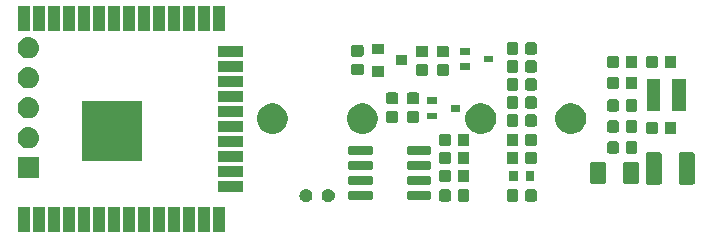
<source format=gbr>
G04 #@! TF.GenerationSoftware,KiCad,Pcbnew,(5.1.4)-1*
G04 #@! TF.CreationDate,2020-11-25T16:32:24+01:00*
G04 #@! TF.ProjectId,iot_plant_watering_sensor_esp32,696f745f-706c-4616-9e74-5f7761746572,rev?*
G04 #@! TF.SameCoordinates,Original*
G04 #@! TF.FileFunction,Soldermask,Top*
G04 #@! TF.FilePolarity,Negative*
%FSLAX46Y46*%
G04 Gerber Fmt 4.6, Leading zero omitted, Abs format (unit mm)*
G04 Created by KiCad (PCBNEW (5.1.4)-1) date 2020-11-25 16:32:24*
%MOMM*%
%LPD*%
G04 APERTURE LIST*
%ADD10C,0.100000*%
G04 APERTURE END LIST*
D10*
G36*
X103117000Y-114580000D02*
G01*
X102115000Y-114580000D01*
X102115000Y-112478000D01*
X103117000Y-112478000D01*
X103117000Y-114580000D01*
X103117000Y-114580000D01*
G37*
G36*
X101847000Y-114580000D02*
G01*
X100845000Y-114580000D01*
X100845000Y-112478000D01*
X101847000Y-112478000D01*
X101847000Y-114580000D01*
X101847000Y-114580000D01*
G37*
G36*
X86607000Y-114580000D02*
G01*
X85605000Y-114580000D01*
X85605000Y-112478000D01*
X86607000Y-112478000D01*
X86607000Y-114580000D01*
X86607000Y-114580000D01*
G37*
G36*
X87877000Y-114580000D02*
G01*
X86875000Y-114580000D01*
X86875000Y-112478000D01*
X87877000Y-112478000D01*
X87877000Y-114580000D01*
X87877000Y-114580000D01*
G37*
G36*
X89147000Y-114580000D02*
G01*
X88145000Y-114580000D01*
X88145000Y-112478000D01*
X89147000Y-112478000D01*
X89147000Y-114580000D01*
X89147000Y-114580000D01*
G37*
G36*
X90417000Y-114580000D02*
G01*
X89415000Y-114580000D01*
X89415000Y-112478000D01*
X90417000Y-112478000D01*
X90417000Y-114580000D01*
X90417000Y-114580000D01*
G37*
G36*
X91687000Y-114580000D02*
G01*
X90685000Y-114580000D01*
X90685000Y-112478000D01*
X91687000Y-112478000D01*
X91687000Y-114580000D01*
X91687000Y-114580000D01*
G37*
G36*
X92957000Y-114580000D02*
G01*
X91955000Y-114580000D01*
X91955000Y-112478000D01*
X92957000Y-112478000D01*
X92957000Y-114580000D01*
X92957000Y-114580000D01*
G37*
G36*
X95497000Y-114580000D02*
G01*
X94495000Y-114580000D01*
X94495000Y-112478000D01*
X95497000Y-112478000D01*
X95497000Y-114580000D01*
X95497000Y-114580000D01*
G37*
G36*
X94227000Y-114580000D02*
G01*
X93225000Y-114580000D01*
X93225000Y-112478000D01*
X94227000Y-112478000D01*
X94227000Y-114580000D01*
X94227000Y-114580000D01*
G37*
G36*
X100577000Y-114580000D02*
G01*
X99575000Y-114580000D01*
X99575000Y-112478000D01*
X100577000Y-112478000D01*
X100577000Y-114580000D01*
X100577000Y-114580000D01*
G37*
G36*
X99307000Y-114580000D02*
G01*
X98305000Y-114580000D01*
X98305000Y-112478000D01*
X99307000Y-112478000D01*
X99307000Y-114580000D01*
X99307000Y-114580000D01*
G37*
G36*
X96767000Y-114580000D02*
G01*
X95765000Y-114580000D01*
X95765000Y-112478000D01*
X96767000Y-112478000D01*
X96767000Y-114580000D01*
X96767000Y-114580000D01*
G37*
G36*
X98037000Y-114580000D02*
G01*
X97035000Y-114580000D01*
X97035000Y-112478000D01*
X98037000Y-112478000D01*
X98037000Y-114580000D01*
X98037000Y-114580000D01*
G37*
G36*
X110147721Y-110976174D02*
G01*
X110247995Y-111017709D01*
X110271869Y-111033661D01*
X110338242Y-111078010D01*
X110414990Y-111154758D01*
X110445345Y-111200188D01*
X110475291Y-111245005D01*
X110516826Y-111345279D01*
X110538000Y-111451730D01*
X110538000Y-111560270D01*
X110516826Y-111666721D01*
X110475291Y-111766995D01*
X110475290Y-111766996D01*
X110414990Y-111857242D01*
X110338242Y-111933990D01*
X110312949Y-111950890D01*
X110247995Y-111994291D01*
X110147721Y-112035826D01*
X110041270Y-112057000D01*
X109932730Y-112057000D01*
X109826279Y-112035826D01*
X109726005Y-111994291D01*
X109661051Y-111950890D01*
X109635758Y-111933990D01*
X109559010Y-111857242D01*
X109498710Y-111766996D01*
X109498709Y-111766995D01*
X109457174Y-111666721D01*
X109436000Y-111560270D01*
X109436000Y-111451730D01*
X109457174Y-111345279D01*
X109498709Y-111245005D01*
X109528655Y-111200188D01*
X109559010Y-111154758D01*
X109635758Y-111078010D01*
X109702131Y-111033661D01*
X109726005Y-111017709D01*
X109826279Y-110976174D01*
X109932730Y-110955000D01*
X110041270Y-110955000D01*
X110147721Y-110976174D01*
X110147721Y-110976174D01*
G37*
G36*
X112047721Y-110976174D02*
G01*
X112147995Y-111017709D01*
X112171869Y-111033661D01*
X112238242Y-111078010D01*
X112314990Y-111154758D01*
X112345345Y-111200188D01*
X112375291Y-111245005D01*
X112416826Y-111345279D01*
X112438000Y-111451730D01*
X112438000Y-111560270D01*
X112416826Y-111666721D01*
X112375291Y-111766995D01*
X112375290Y-111766996D01*
X112314990Y-111857242D01*
X112238242Y-111933990D01*
X112212949Y-111950890D01*
X112147995Y-111994291D01*
X112047721Y-112035826D01*
X111941270Y-112057000D01*
X111832730Y-112057000D01*
X111726279Y-112035826D01*
X111626005Y-111994291D01*
X111561051Y-111950890D01*
X111535758Y-111933990D01*
X111459010Y-111857242D01*
X111398710Y-111766996D01*
X111398709Y-111766995D01*
X111357174Y-111666721D01*
X111336000Y-111560270D01*
X111336000Y-111451730D01*
X111357174Y-111345279D01*
X111398709Y-111245005D01*
X111428655Y-111200188D01*
X111459010Y-111154758D01*
X111535758Y-111078010D01*
X111602131Y-111033661D01*
X111626005Y-111017709D01*
X111726279Y-110976174D01*
X111832730Y-110955000D01*
X111941270Y-110955000D01*
X112047721Y-110976174D01*
X112047721Y-110976174D01*
G37*
G36*
X122109591Y-110984085D02*
G01*
X122143569Y-110994393D01*
X122174890Y-111011134D01*
X122202339Y-111033661D01*
X122224866Y-111061110D01*
X122241607Y-111092431D01*
X122251915Y-111126409D01*
X122256000Y-111167890D01*
X122256000Y-111844110D01*
X122251915Y-111885591D01*
X122241607Y-111919569D01*
X122224866Y-111950890D01*
X122202339Y-111978339D01*
X122174890Y-112000866D01*
X122143569Y-112017607D01*
X122109591Y-112027915D01*
X122068110Y-112032000D01*
X121466890Y-112032000D01*
X121425409Y-112027915D01*
X121391431Y-112017607D01*
X121360110Y-112000866D01*
X121332661Y-111978339D01*
X121310134Y-111950890D01*
X121293393Y-111919569D01*
X121283085Y-111885591D01*
X121279000Y-111844110D01*
X121279000Y-111167890D01*
X121283085Y-111126409D01*
X121293393Y-111092431D01*
X121310134Y-111061110D01*
X121332661Y-111033661D01*
X121360110Y-111011134D01*
X121391431Y-110994393D01*
X121425409Y-110984085D01*
X121466890Y-110980000D01*
X122068110Y-110980000D01*
X122109591Y-110984085D01*
X122109591Y-110984085D01*
G37*
G36*
X129399591Y-110984085D02*
G01*
X129433569Y-110994393D01*
X129464890Y-111011134D01*
X129492339Y-111033661D01*
X129514866Y-111061110D01*
X129531607Y-111092431D01*
X129541915Y-111126409D01*
X129546000Y-111167890D01*
X129546000Y-111844110D01*
X129541915Y-111885591D01*
X129531607Y-111919569D01*
X129514866Y-111950890D01*
X129492339Y-111978339D01*
X129464890Y-112000866D01*
X129433569Y-112017607D01*
X129399591Y-112027915D01*
X129358110Y-112032000D01*
X128756890Y-112032000D01*
X128715409Y-112027915D01*
X128681431Y-112017607D01*
X128650110Y-112000866D01*
X128622661Y-111978339D01*
X128600134Y-111950890D01*
X128583393Y-111919569D01*
X128573085Y-111885591D01*
X128569000Y-111844110D01*
X128569000Y-111167890D01*
X128573085Y-111126409D01*
X128583393Y-111092431D01*
X128600134Y-111061110D01*
X128622661Y-111033661D01*
X128650110Y-111011134D01*
X128681431Y-110994393D01*
X128715409Y-110984085D01*
X128756890Y-110980000D01*
X129358110Y-110980000D01*
X129399591Y-110984085D01*
X129399591Y-110984085D01*
G37*
G36*
X123684591Y-110984085D02*
G01*
X123718569Y-110994393D01*
X123749890Y-111011134D01*
X123777339Y-111033661D01*
X123799866Y-111061110D01*
X123816607Y-111092431D01*
X123826915Y-111126409D01*
X123831000Y-111167890D01*
X123831000Y-111844110D01*
X123826915Y-111885591D01*
X123816607Y-111919569D01*
X123799866Y-111950890D01*
X123777339Y-111978339D01*
X123749890Y-112000866D01*
X123718569Y-112017607D01*
X123684591Y-112027915D01*
X123643110Y-112032000D01*
X123041890Y-112032000D01*
X123000409Y-112027915D01*
X122966431Y-112017607D01*
X122935110Y-112000866D01*
X122907661Y-111978339D01*
X122885134Y-111950890D01*
X122868393Y-111919569D01*
X122858085Y-111885591D01*
X122854000Y-111844110D01*
X122854000Y-111167890D01*
X122858085Y-111126409D01*
X122868393Y-111092431D01*
X122885134Y-111061110D01*
X122907661Y-111033661D01*
X122935110Y-111011134D01*
X122966431Y-110994393D01*
X123000409Y-110984085D01*
X123041890Y-110980000D01*
X123643110Y-110980000D01*
X123684591Y-110984085D01*
X123684591Y-110984085D01*
G37*
G36*
X127824591Y-110984085D02*
G01*
X127858569Y-110994393D01*
X127889890Y-111011134D01*
X127917339Y-111033661D01*
X127939866Y-111061110D01*
X127956607Y-111092431D01*
X127966915Y-111126409D01*
X127971000Y-111167890D01*
X127971000Y-111844110D01*
X127966915Y-111885591D01*
X127956607Y-111919569D01*
X127939866Y-111950890D01*
X127917339Y-111978339D01*
X127889890Y-112000866D01*
X127858569Y-112017607D01*
X127824591Y-112027915D01*
X127783110Y-112032000D01*
X127181890Y-112032000D01*
X127140409Y-112027915D01*
X127106431Y-112017607D01*
X127075110Y-112000866D01*
X127047661Y-111978339D01*
X127025134Y-111950890D01*
X127008393Y-111919569D01*
X126998085Y-111885591D01*
X126994000Y-111844110D01*
X126994000Y-111167890D01*
X126998085Y-111126409D01*
X127008393Y-111092431D01*
X127025134Y-111061110D01*
X127047661Y-111033661D01*
X127075110Y-111011134D01*
X127106431Y-110994393D01*
X127140409Y-110984085D01*
X127181890Y-110980000D01*
X127783110Y-110980000D01*
X127824591Y-110984085D01*
X127824591Y-110984085D01*
G37*
G36*
X120503928Y-111157764D02*
G01*
X120525009Y-111164160D01*
X120544445Y-111174548D01*
X120561476Y-111188524D01*
X120575452Y-111205555D01*
X120585840Y-111224991D01*
X120592236Y-111246072D01*
X120595000Y-111274140D01*
X120595000Y-111737860D01*
X120592236Y-111765928D01*
X120585840Y-111787009D01*
X120575452Y-111806445D01*
X120561476Y-111823476D01*
X120544445Y-111837452D01*
X120525009Y-111847840D01*
X120503928Y-111854236D01*
X120475860Y-111857000D01*
X118662140Y-111857000D01*
X118634072Y-111854236D01*
X118612991Y-111847840D01*
X118593555Y-111837452D01*
X118576524Y-111823476D01*
X118562548Y-111806445D01*
X118552160Y-111787009D01*
X118545764Y-111765928D01*
X118543000Y-111737860D01*
X118543000Y-111274140D01*
X118545764Y-111246072D01*
X118552160Y-111224991D01*
X118562548Y-111205555D01*
X118576524Y-111188524D01*
X118593555Y-111174548D01*
X118612991Y-111164160D01*
X118634072Y-111157764D01*
X118662140Y-111155000D01*
X120475860Y-111155000D01*
X120503928Y-111157764D01*
X120503928Y-111157764D01*
G37*
G36*
X115553928Y-111157764D02*
G01*
X115575009Y-111164160D01*
X115594445Y-111174548D01*
X115611476Y-111188524D01*
X115625452Y-111205555D01*
X115635840Y-111224991D01*
X115642236Y-111246072D01*
X115645000Y-111274140D01*
X115645000Y-111737860D01*
X115642236Y-111765928D01*
X115635840Y-111787009D01*
X115625452Y-111806445D01*
X115611476Y-111823476D01*
X115594445Y-111837452D01*
X115575009Y-111847840D01*
X115553928Y-111854236D01*
X115525860Y-111857000D01*
X113712140Y-111857000D01*
X113684072Y-111854236D01*
X113662991Y-111847840D01*
X113643555Y-111837452D01*
X113626524Y-111823476D01*
X113612548Y-111806445D01*
X113602160Y-111787009D01*
X113595764Y-111765928D01*
X113593000Y-111737860D01*
X113593000Y-111274140D01*
X113595764Y-111246072D01*
X113602160Y-111224991D01*
X113612548Y-111205555D01*
X113626524Y-111188524D01*
X113643555Y-111174548D01*
X113662991Y-111164160D01*
X113684072Y-111157764D01*
X113712140Y-111155000D01*
X115525860Y-111155000D01*
X115553928Y-111157764D01*
X115553928Y-111157764D01*
G37*
G36*
X104667000Y-111245000D02*
G01*
X102565000Y-111245000D01*
X102565000Y-110243000D01*
X104667000Y-110243000D01*
X104667000Y-111245000D01*
X104667000Y-111245000D01*
G37*
G36*
X142761604Y-107848347D02*
G01*
X142798144Y-107859432D01*
X142831821Y-107877433D01*
X142861341Y-107901659D01*
X142885567Y-107931179D01*
X142903568Y-107964856D01*
X142914653Y-108001396D01*
X142919000Y-108045538D01*
X142919000Y-110394462D01*
X142914653Y-110438604D01*
X142903568Y-110475144D01*
X142885567Y-110508821D01*
X142861341Y-110538341D01*
X142831821Y-110562567D01*
X142798144Y-110580568D01*
X142761604Y-110591653D01*
X142717462Y-110596000D01*
X141768538Y-110596000D01*
X141724396Y-110591653D01*
X141687856Y-110580568D01*
X141654179Y-110562567D01*
X141624659Y-110538341D01*
X141600433Y-110508821D01*
X141582432Y-110475144D01*
X141571347Y-110438604D01*
X141567000Y-110394462D01*
X141567000Y-108045538D01*
X141571347Y-108001396D01*
X141582432Y-107964856D01*
X141600433Y-107931179D01*
X141624659Y-107901659D01*
X141654179Y-107877433D01*
X141687856Y-107859432D01*
X141724396Y-107848347D01*
X141768538Y-107844000D01*
X142717462Y-107844000D01*
X142761604Y-107848347D01*
X142761604Y-107848347D01*
G37*
G36*
X139961604Y-107848347D02*
G01*
X139998144Y-107859432D01*
X140031821Y-107877433D01*
X140061341Y-107901659D01*
X140085567Y-107931179D01*
X140103568Y-107964856D01*
X140114653Y-108001396D01*
X140119000Y-108045538D01*
X140119000Y-110394462D01*
X140114653Y-110438604D01*
X140103568Y-110475144D01*
X140085567Y-110508821D01*
X140061341Y-110538341D01*
X140031821Y-110562567D01*
X139998144Y-110580568D01*
X139961604Y-110591653D01*
X139917462Y-110596000D01*
X138968538Y-110596000D01*
X138924396Y-110591653D01*
X138887856Y-110580568D01*
X138854179Y-110562567D01*
X138824659Y-110538341D01*
X138800433Y-110508821D01*
X138782432Y-110475144D01*
X138771347Y-110438604D01*
X138767000Y-110394462D01*
X138767000Y-108045538D01*
X138771347Y-108001396D01*
X138782432Y-107964856D01*
X138800433Y-107931179D01*
X138824659Y-107901659D01*
X138854179Y-107877433D01*
X138887856Y-107859432D01*
X138924396Y-107848347D01*
X138968538Y-107844000D01*
X139917462Y-107844000D01*
X139961604Y-107848347D01*
X139961604Y-107848347D01*
G37*
G36*
X120503928Y-109887764D02*
G01*
X120525009Y-109894160D01*
X120544445Y-109904548D01*
X120561476Y-109918524D01*
X120575452Y-109935555D01*
X120585840Y-109954991D01*
X120592236Y-109976072D01*
X120595000Y-110004140D01*
X120595000Y-110467860D01*
X120592236Y-110495928D01*
X120585840Y-110517009D01*
X120575452Y-110536445D01*
X120561476Y-110553476D01*
X120544445Y-110567452D01*
X120525009Y-110577840D01*
X120503928Y-110584236D01*
X120475860Y-110587000D01*
X118662140Y-110587000D01*
X118634072Y-110584236D01*
X118612991Y-110577840D01*
X118593555Y-110567452D01*
X118576524Y-110553476D01*
X118562548Y-110536445D01*
X118552160Y-110517009D01*
X118545764Y-110495928D01*
X118543000Y-110467860D01*
X118543000Y-110004140D01*
X118545764Y-109976072D01*
X118552160Y-109954991D01*
X118562548Y-109935555D01*
X118576524Y-109918524D01*
X118593555Y-109904548D01*
X118612991Y-109894160D01*
X118634072Y-109887764D01*
X118662140Y-109885000D01*
X120475860Y-109885000D01*
X120503928Y-109887764D01*
X120503928Y-109887764D01*
G37*
G36*
X115553928Y-109887764D02*
G01*
X115575009Y-109894160D01*
X115594445Y-109904548D01*
X115611476Y-109918524D01*
X115625452Y-109935555D01*
X115635840Y-109954991D01*
X115642236Y-109976072D01*
X115645000Y-110004140D01*
X115645000Y-110467860D01*
X115642236Y-110495928D01*
X115635840Y-110517009D01*
X115625452Y-110536445D01*
X115611476Y-110553476D01*
X115594445Y-110567452D01*
X115575009Y-110577840D01*
X115553928Y-110584236D01*
X115525860Y-110587000D01*
X113712140Y-110587000D01*
X113684072Y-110584236D01*
X113662991Y-110577840D01*
X113643555Y-110567452D01*
X113626524Y-110553476D01*
X113612548Y-110536445D01*
X113602160Y-110517009D01*
X113595764Y-110495928D01*
X113593000Y-110467860D01*
X113593000Y-110004140D01*
X113595764Y-109976072D01*
X113602160Y-109954991D01*
X113612548Y-109935555D01*
X113626524Y-109918524D01*
X113643555Y-109904548D01*
X113662991Y-109894160D01*
X113684072Y-109887764D01*
X113712140Y-109885000D01*
X115525860Y-109885000D01*
X115553928Y-109887764D01*
X115553928Y-109887764D01*
G37*
G36*
X135262604Y-108679347D02*
G01*
X135299144Y-108690432D01*
X135332821Y-108708433D01*
X135362341Y-108732659D01*
X135386567Y-108762179D01*
X135404568Y-108795856D01*
X135415653Y-108832396D01*
X135420000Y-108876538D01*
X135420000Y-110325462D01*
X135415653Y-110369604D01*
X135404568Y-110406144D01*
X135386567Y-110439821D01*
X135362341Y-110469341D01*
X135332821Y-110493567D01*
X135299144Y-110511568D01*
X135262604Y-110522653D01*
X135218462Y-110527000D01*
X134269538Y-110527000D01*
X134225396Y-110522653D01*
X134188856Y-110511568D01*
X134155179Y-110493567D01*
X134125659Y-110469341D01*
X134101433Y-110439821D01*
X134083432Y-110406144D01*
X134072347Y-110369604D01*
X134068000Y-110325462D01*
X134068000Y-108876538D01*
X134072347Y-108832396D01*
X134083432Y-108795856D01*
X134101433Y-108762179D01*
X134125659Y-108732659D01*
X134155179Y-108708433D01*
X134188856Y-108690432D01*
X134225396Y-108679347D01*
X134269538Y-108675000D01*
X135218462Y-108675000D01*
X135262604Y-108679347D01*
X135262604Y-108679347D01*
G37*
G36*
X138062604Y-108679347D02*
G01*
X138099144Y-108690432D01*
X138132821Y-108708433D01*
X138162341Y-108732659D01*
X138186567Y-108762179D01*
X138204568Y-108795856D01*
X138215653Y-108832396D01*
X138220000Y-108876538D01*
X138220000Y-110325462D01*
X138215653Y-110369604D01*
X138204568Y-110406144D01*
X138186567Y-110439821D01*
X138162341Y-110469341D01*
X138132821Y-110493567D01*
X138099144Y-110511568D01*
X138062604Y-110522653D01*
X138018462Y-110527000D01*
X137069538Y-110527000D01*
X137025396Y-110522653D01*
X136988856Y-110511568D01*
X136955179Y-110493567D01*
X136925659Y-110469341D01*
X136901433Y-110439821D01*
X136883432Y-110406144D01*
X136872347Y-110369604D01*
X136868000Y-110325462D01*
X136868000Y-108876538D01*
X136872347Y-108832396D01*
X136883432Y-108795856D01*
X136901433Y-108762179D01*
X136925659Y-108732659D01*
X136955179Y-108708433D01*
X136988856Y-108690432D01*
X137025396Y-108679347D01*
X137069538Y-108675000D01*
X138018462Y-108675000D01*
X138062604Y-108679347D01*
X138062604Y-108679347D01*
G37*
G36*
X123684591Y-109333085D02*
G01*
X123718569Y-109343393D01*
X123749890Y-109360134D01*
X123777339Y-109382661D01*
X123799866Y-109410110D01*
X123816607Y-109441431D01*
X123826915Y-109475409D01*
X123831000Y-109516890D01*
X123831000Y-110193110D01*
X123826915Y-110234591D01*
X123816607Y-110268569D01*
X123799866Y-110299890D01*
X123777339Y-110327339D01*
X123749890Y-110349866D01*
X123718569Y-110366607D01*
X123684591Y-110376915D01*
X123643110Y-110381000D01*
X123041890Y-110381000D01*
X123000409Y-110376915D01*
X122966431Y-110366607D01*
X122935110Y-110349866D01*
X122907661Y-110327339D01*
X122885134Y-110299890D01*
X122868393Y-110268569D01*
X122858085Y-110234591D01*
X122854000Y-110193110D01*
X122854000Y-109516890D01*
X122858085Y-109475409D01*
X122868393Y-109441431D01*
X122885134Y-109410110D01*
X122907661Y-109382661D01*
X122935110Y-109360134D01*
X122966431Y-109343393D01*
X123000409Y-109333085D01*
X123041890Y-109329000D01*
X123643110Y-109329000D01*
X123684591Y-109333085D01*
X123684591Y-109333085D01*
G37*
G36*
X122109591Y-109333085D02*
G01*
X122143569Y-109343393D01*
X122174890Y-109360134D01*
X122202339Y-109382661D01*
X122224866Y-109410110D01*
X122241607Y-109441431D01*
X122251915Y-109475409D01*
X122256000Y-109516890D01*
X122256000Y-110193110D01*
X122251915Y-110234591D01*
X122241607Y-110268569D01*
X122224866Y-110299890D01*
X122202339Y-110327339D01*
X122174890Y-110349866D01*
X122143569Y-110366607D01*
X122109591Y-110376915D01*
X122068110Y-110381000D01*
X121466890Y-110381000D01*
X121425409Y-110376915D01*
X121391431Y-110366607D01*
X121360110Y-110349866D01*
X121332661Y-110327339D01*
X121310134Y-110299890D01*
X121293393Y-110268569D01*
X121283085Y-110234591D01*
X121279000Y-110193110D01*
X121279000Y-109516890D01*
X121283085Y-109475409D01*
X121293393Y-109441431D01*
X121310134Y-109410110D01*
X121332661Y-109382661D01*
X121360110Y-109360134D01*
X121391431Y-109343393D01*
X121425409Y-109333085D01*
X121466890Y-109329000D01*
X122068110Y-109329000D01*
X122109591Y-109333085D01*
X122109591Y-109333085D01*
G37*
G36*
X129321000Y-110256000D02*
G01*
X128619000Y-110256000D01*
X128619000Y-109454000D01*
X129321000Y-109454000D01*
X129321000Y-110256000D01*
X129321000Y-110256000D01*
G37*
G36*
X127921000Y-110256000D02*
G01*
X127219000Y-110256000D01*
X127219000Y-109454000D01*
X127921000Y-109454000D01*
X127921000Y-110256000D01*
X127921000Y-110256000D01*
G37*
G36*
X87388000Y-110057500D02*
G01*
X85586000Y-110057500D01*
X85586000Y-108255500D01*
X87388000Y-108255500D01*
X87388000Y-110057500D01*
X87388000Y-110057500D01*
G37*
G36*
X104667000Y-109975000D02*
G01*
X102565000Y-109975000D01*
X102565000Y-108973000D01*
X104667000Y-108973000D01*
X104667000Y-109975000D01*
X104667000Y-109975000D01*
G37*
G36*
X115553928Y-108617764D02*
G01*
X115575009Y-108624160D01*
X115594445Y-108634548D01*
X115611476Y-108648524D01*
X115625452Y-108665555D01*
X115635840Y-108684991D01*
X115642236Y-108706072D01*
X115645000Y-108734140D01*
X115645000Y-109197860D01*
X115642236Y-109225928D01*
X115635840Y-109247009D01*
X115625452Y-109266445D01*
X115611476Y-109283476D01*
X115594445Y-109297452D01*
X115575009Y-109307840D01*
X115553928Y-109314236D01*
X115525860Y-109317000D01*
X113712140Y-109317000D01*
X113684072Y-109314236D01*
X113662991Y-109307840D01*
X113643555Y-109297452D01*
X113626524Y-109283476D01*
X113612548Y-109266445D01*
X113602160Y-109247009D01*
X113595764Y-109225928D01*
X113593000Y-109197860D01*
X113593000Y-108734140D01*
X113595764Y-108706072D01*
X113602160Y-108684991D01*
X113612548Y-108665555D01*
X113626524Y-108648524D01*
X113643555Y-108634548D01*
X113662991Y-108624160D01*
X113684072Y-108617764D01*
X113712140Y-108615000D01*
X115525860Y-108615000D01*
X115553928Y-108617764D01*
X115553928Y-108617764D01*
G37*
G36*
X120503928Y-108617764D02*
G01*
X120525009Y-108624160D01*
X120544445Y-108634548D01*
X120561476Y-108648524D01*
X120575452Y-108665555D01*
X120585840Y-108684991D01*
X120592236Y-108706072D01*
X120595000Y-108734140D01*
X120595000Y-109197860D01*
X120592236Y-109225928D01*
X120585840Y-109247009D01*
X120575452Y-109266445D01*
X120561476Y-109283476D01*
X120544445Y-109297452D01*
X120525009Y-109307840D01*
X120503928Y-109314236D01*
X120475860Y-109317000D01*
X118662140Y-109317000D01*
X118634072Y-109314236D01*
X118612991Y-109307840D01*
X118593555Y-109297452D01*
X118576524Y-109283476D01*
X118562548Y-109266445D01*
X118552160Y-109247009D01*
X118545764Y-109225928D01*
X118543000Y-109197860D01*
X118543000Y-108734140D01*
X118545764Y-108706072D01*
X118552160Y-108684991D01*
X118562548Y-108665555D01*
X118576524Y-108648524D01*
X118593555Y-108634548D01*
X118612991Y-108624160D01*
X118634072Y-108617764D01*
X118662140Y-108615000D01*
X120475860Y-108615000D01*
X120503928Y-108617764D01*
X120503928Y-108617764D01*
G37*
G36*
X129399591Y-107809085D02*
G01*
X129433569Y-107819393D01*
X129464890Y-107836134D01*
X129492339Y-107858661D01*
X129514866Y-107886110D01*
X129531607Y-107917431D01*
X129541915Y-107951409D01*
X129546000Y-107992890D01*
X129546000Y-108669110D01*
X129541915Y-108710591D01*
X129531607Y-108744569D01*
X129514866Y-108775890D01*
X129492339Y-108803339D01*
X129464890Y-108825866D01*
X129433569Y-108842607D01*
X129399591Y-108852915D01*
X129358110Y-108857000D01*
X128756890Y-108857000D01*
X128715409Y-108852915D01*
X128681431Y-108842607D01*
X128650110Y-108825866D01*
X128622661Y-108803339D01*
X128600134Y-108775890D01*
X128583393Y-108744569D01*
X128573085Y-108710591D01*
X128569000Y-108669110D01*
X128569000Y-107992890D01*
X128573085Y-107951409D01*
X128583393Y-107917431D01*
X128600134Y-107886110D01*
X128622661Y-107858661D01*
X128650110Y-107836134D01*
X128681431Y-107819393D01*
X128715409Y-107809085D01*
X128756890Y-107805000D01*
X129358110Y-107805000D01*
X129399591Y-107809085D01*
X129399591Y-107809085D01*
G37*
G36*
X127824591Y-107809085D02*
G01*
X127858569Y-107819393D01*
X127889890Y-107836134D01*
X127917339Y-107858661D01*
X127939866Y-107886110D01*
X127956607Y-107917431D01*
X127966915Y-107951409D01*
X127971000Y-107992890D01*
X127971000Y-108669110D01*
X127966915Y-108710591D01*
X127956607Y-108744569D01*
X127939866Y-108775890D01*
X127917339Y-108803339D01*
X127889890Y-108825866D01*
X127858569Y-108842607D01*
X127824591Y-108852915D01*
X127783110Y-108857000D01*
X127181890Y-108857000D01*
X127140409Y-108852915D01*
X127106431Y-108842607D01*
X127075110Y-108825866D01*
X127047661Y-108803339D01*
X127025134Y-108775890D01*
X127008393Y-108744569D01*
X126998085Y-108710591D01*
X126994000Y-108669110D01*
X126994000Y-107992890D01*
X126998085Y-107951409D01*
X127008393Y-107917431D01*
X127025134Y-107886110D01*
X127047661Y-107858661D01*
X127075110Y-107836134D01*
X127106431Y-107819393D01*
X127140409Y-107809085D01*
X127181890Y-107805000D01*
X127783110Y-107805000D01*
X127824591Y-107809085D01*
X127824591Y-107809085D01*
G37*
G36*
X123684591Y-107809085D02*
G01*
X123718569Y-107819393D01*
X123749890Y-107836134D01*
X123777339Y-107858661D01*
X123799866Y-107886110D01*
X123816607Y-107917431D01*
X123826915Y-107951409D01*
X123831000Y-107992890D01*
X123831000Y-108669110D01*
X123826915Y-108710591D01*
X123816607Y-108744569D01*
X123799866Y-108775890D01*
X123777339Y-108803339D01*
X123749890Y-108825866D01*
X123718569Y-108842607D01*
X123684591Y-108852915D01*
X123643110Y-108857000D01*
X123041890Y-108857000D01*
X123000409Y-108852915D01*
X122966431Y-108842607D01*
X122935110Y-108825866D01*
X122907661Y-108803339D01*
X122885134Y-108775890D01*
X122868393Y-108744569D01*
X122858085Y-108710591D01*
X122854000Y-108669110D01*
X122854000Y-107992890D01*
X122858085Y-107951409D01*
X122868393Y-107917431D01*
X122885134Y-107886110D01*
X122907661Y-107858661D01*
X122935110Y-107836134D01*
X122966431Y-107819393D01*
X123000409Y-107809085D01*
X123041890Y-107805000D01*
X123643110Y-107805000D01*
X123684591Y-107809085D01*
X123684591Y-107809085D01*
G37*
G36*
X122109591Y-107809085D02*
G01*
X122143569Y-107819393D01*
X122174890Y-107836134D01*
X122202339Y-107858661D01*
X122224866Y-107886110D01*
X122241607Y-107917431D01*
X122251915Y-107951409D01*
X122256000Y-107992890D01*
X122256000Y-108669110D01*
X122251915Y-108710591D01*
X122241607Y-108744569D01*
X122224866Y-108775890D01*
X122202339Y-108803339D01*
X122174890Y-108825866D01*
X122143569Y-108842607D01*
X122109591Y-108852915D01*
X122068110Y-108857000D01*
X121466890Y-108857000D01*
X121425409Y-108852915D01*
X121391431Y-108842607D01*
X121360110Y-108825866D01*
X121332661Y-108803339D01*
X121310134Y-108775890D01*
X121293393Y-108744569D01*
X121283085Y-108710591D01*
X121279000Y-108669110D01*
X121279000Y-107992890D01*
X121283085Y-107951409D01*
X121293393Y-107917431D01*
X121310134Y-107886110D01*
X121332661Y-107858661D01*
X121360110Y-107836134D01*
X121391431Y-107819393D01*
X121425409Y-107809085D01*
X121466890Y-107805000D01*
X122068110Y-107805000D01*
X122109591Y-107809085D01*
X122109591Y-107809085D01*
G37*
G36*
X104667000Y-108705000D02*
G01*
X102565000Y-108705000D01*
X102565000Y-107703000D01*
X104667000Y-107703000D01*
X104667000Y-108705000D01*
X104667000Y-108705000D01*
G37*
G36*
X96157000Y-108580000D02*
G01*
X91055000Y-108580000D01*
X91055000Y-103478000D01*
X96157000Y-103478000D01*
X96157000Y-108580000D01*
X96157000Y-108580000D01*
G37*
G36*
X120503928Y-107347764D02*
G01*
X120525009Y-107354160D01*
X120544445Y-107364548D01*
X120561476Y-107378524D01*
X120575452Y-107395555D01*
X120585840Y-107414991D01*
X120592236Y-107436072D01*
X120595000Y-107464140D01*
X120595000Y-107927860D01*
X120592236Y-107955928D01*
X120585840Y-107977009D01*
X120575452Y-107996445D01*
X120561476Y-108013476D01*
X120544445Y-108027452D01*
X120525009Y-108037840D01*
X120503928Y-108044236D01*
X120475860Y-108047000D01*
X118662140Y-108047000D01*
X118634072Y-108044236D01*
X118612991Y-108037840D01*
X118593555Y-108027452D01*
X118576524Y-108013476D01*
X118562548Y-107996445D01*
X118552160Y-107977009D01*
X118545764Y-107955928D01*
X118543000Y-107927860D01*
X118543000Y-107464140D01*
X118545764Y-107436072D01*
X118552160Y-107414991D01*
X118562548Y-107395555D01*
X118576524Y-107378524D01*
X118593555Y-107364548D01*
X118612991Y-107354160D01*
X118634072Y-107347764D01*
X118662140Y-107345000D01*
X120475860Y-107345000D01*
X120503928Y-107347764D01*
X120503928Y-107347764D01*
G37*
G36*
X115553928Y-107347764D02*
G01*
X115575009Y-107354160D01*
X115594445Y-107364548D01*
X115611476Y-107378524D01*
X115625452Y-107395555D01*
X115635840Y-107414991D01*
X115642236Y-107436072D01*
X115645000Y-107464140D01*
X115645000Y-107927860D01*
X115642236Y-107955928D01*
X115635840Y-107977009D01*
X115625452Y-107996445D01*
X115611476Y-108013476D01*
X115594445Y-108027452D01*
X115575009Y-108037840D01*
X115553928Y-108044236D01*
X115525860Y-108047000D01*
X113712140Y-108047000D01*
X113684072Y-108044236D01*
X113662991Y-108037840D01*
X113643555Y-108027452D01*
X113626524Y-108013476D01*
X113612548Y-107996445D01*
X113602160Y-107977009D01*
X113595764Y-107955928D01*
X113593000Y-107927860D01*
X113593000Y-107464140D01*
X113595764Y-107436072D01*
X113602160Y-107414991D01*
X113612548Y-107395555D01*
X113626524Y-107378524D01*
X113643555Y-107364548D01*
X113662991Y-107354160D01*
X113684072Y-107347764D01*
X113712140Y-107345000D01*
X115525860Y-107345000D01*
X115553928Y-107347764D01*
X115553928Y-107347764D01*
G37*
G36*
X137908591Y-106920085D02*
G01*
X137942569Y-106930393D01*
X137973890Y-106947134D01*
X138001339Y-106969661D01*
X138023866Y-106997110D01*
X138040607Y-107028431D01*
X138050915Y-107062409D01*
X138055000Y-107103890D01*
X138055000Y-107780110D01*
X138050915Y-107821591D01*
X138040607Y-107855569D01*
X138023866Y-107886890D01*
X138001339Y-107914339D01*
X137973890Y-107936866D01*
X137942569Y-107953607D01*
X137908591Y-107963915D01*
X137867110Y-107968000D01*
X137265890Y-107968000D01*
X137224409Y-107963915D01*
X137190431Y-107953607D01*
X137159110Y-107936866D01*
X137131661Y-107914339D01*
X137109134Y-107886890D01*
X137092393Y-107855569D01*
X137082085Y-107821591D01*
X137078000Y-107780110D01*
X137078000Y-107103890D01*
X137082085Y-107062409D01*
X137092393Y-107028431D01*
X137109134Y-106997110D01*
X137131661Y-106969661D01*
X137159110Y-106947134D01*
X137190431Y-106930393D01*
X137224409Y-106920085D01*
X137265890Y-106916000D01*
X137867110Y-106916000D01*
X137908591Y-106920085D01*
X137908591Y-106920085D01*
G37*
G36*
X136333591Y-106920085D02*
G01*
X136367569Y-106930393D01*
X136398890Y-106947134D01*
X136426339Y-106969661D01*
X136448866Y-106997110D01*
X136465607Y-107028431D01*
X136475915Y-107062409D01*
X136480000Y-107103890D01*
X136480000Y-107780110D01*
X136475915Y-107821591D01*
X136465607Y-107855569D01*
X136448866Y-107886890D01*
X136426339Y-107914339D01*
X136398890Y-107936866D01*
X136367569Y-107953607D01*
X136333591Y-107963915D01*
X136292110Y-107968000D01*
X135690890Y-107968000D01*
X135649409Y-107963915D01*
X135615431Y-107953607D01*
X135584110Y-107936866D01*
X135556661Y-107914339D01*
X135534134Y-107886890D01*
X135517393Y-107855569D01*
X135507085Y-107821591D01*
X135503000Y-107780110D01*
X135503000Y-107103890D01*
X135507085Y-107062409D01*
X135517393Y-107028431D01*
X135534134Y-106997110D01*
X135556661Y-106969661D01*
X135584110Y-106947134D01*
X135615431Y-106930393D01*
X135649409Y-106920085D01*
X135690890Y-106916000D01*
X136292110Y-106916000D01*
X136333591Y-106920085D01*
X136333591Y-106920085D01*
G37*
G36*
X86597443Y-105722019D02*
G01*
X86663627Y-105728537D01*
X86833466Y-105780057D01*
X86989991Y-105863722D01*
X87025729Y-105893052D01*
X87127186Y-105976314D01*
X87206328Y-106072750D01*
X87239778Y-106113509D01*
X87323443Y-106270034D01*
X87374963Y-106439873D01*
X87392359Y-106616500D01*
X87374963Y-106793127D01*
X87323443Y-106962966D01*
X87239778Y-107119491D01*
X87225900Y-107136401D01*
X87127186Y-107256686D01*
X87039914Y-107328307D01*
X86989991Y-107369278D01*
X86833466Y-107452943D01*
X86663627Y-107504463D01*
X86597442Y-107510982D01*
X86531260Y-107517500D01*
X86442740Y-107517500D01*
X86376558Y-107510982D01*
X86310373Y-107504463D01*
X86140534Y-107452943D01*
X85984009Y-107369278D01*
X85934086Y-107328307D01*
X85846814Y-107256686D01*
X85748100Y-107136401D01*
X85734222Y-107119491D01*
X85650557Y-106962966D01*
X85599037Y-106793127D01*
X85581641Y-106616500D01*
X85599037Y-106439873D01*
X85650557Y-106270034D01*
X85734222Y-106113509D01*
X85767672Y-106072750D01*
X85846814Y-105976314D01*
X85948271Y-105893052D01*
X85984009Y-105863722D01*
X86140534Y-105780057D01*
X86310373Y-105728537D01*
X86376557Y-105722019D01*
X86442740Y-105715500D01*
X86531260Y-105715500D01*
X86597443Y-105722019D01*
X86597443Y-105722019D01*
G37*
G36*
X104667000Y-107435000D02*
G01*
X102565000Y-107435000D01*
X102565000Y-106433000D01*
X104667000Y-106433000D01*
X104667000Y-107435000D01*
X104667000Y-107435000D01*
G37*
G36*
X129399591Y-106285085D02*
G01*
X129433569Y-106295393D01*
X129464890Y-106312134D01*
X129492339Y-106334661D01*
X129514866Y-106362110D01*
X129531607Y-106393431D01*
X129541915Y-106427409D01*
X129546000Y-106468890D01*
X129546000Y-107145110D01*
X129541915Y-107186591D01*
X129531607Y-107220569D01*
X129514866Y-107251890D01*
X129492339Y-107279339D01*
X129464890Y-107301866D01*
X129433569Y-107318607D01*
X129399591Y-107328915D01*
X129358110Y-107333000D01*
X128756890Y-107333000D01*
X128715409Y-107328915D01*
X128681431Y-107318607D01*
X128650110Y-107301866D01*
X128622661Y-107279339D01*
X128600134Y-107251890D01*
X128583393Y-107220569D01*
X128573085Y-107186591D01*
X128569000Y-107145110D01*
X128569000Y-106468890D01*
X128573085Y-106427409D01*
X128583393Y-106393431D01*
X128600134Y-106362110D01*
X128622661Y-106334661D01*
X128650110Y-106312134D01*
X128681431Y-106295393D01*
X128715409Y-106285085D01*
X128756890Y-106281000D01*
X129358110Y-106281000D01*
X129399591Y-106285085D01*
X129399591Y-106285085D01*
G37*
G36*
X123684591Y-106285085D02*
G01*
X123718569Y-106295393D01*
X123749890Y-106312134D01*
X123777339Y-106334661D01*
X123799866Y-106362110D01*
X123816607Y-106393431D01*
X123826915Y-106427409D01*
X123831000Y-106468890D01*
X123831000Y-107145110D01*
X123826915Y-107186591D01*
X123816607Y-107220569D01*
X123799866Y-107251890D01*
X123777339Y-107279339D01*
X123749890Y-107301866D01*
X123718569Y-107318607D01*
X123684591Y-107328915D01*
X123643110Y-107333000D01*
X123041890Y-107333000D01*
X123000409Y-107328915D01*
X122966431Y-107318607D01*
X122935110Y-107301866D01*
X122907661Y-107279339D01*
X122885134Y-107251890D01*
X122868393Y-107220569D01*
X122858085Y-107186591D01*
X122854000Y-107145110D01*
X122854000Y-106468890D01*
X122858085Y-106427409D01*
X122868393Y-106393431D01*
X122885134Y-106362110D01*
X122907661Y-106334661D01*
X122935110Y-106312134D01*
X122966431Y-106295393D01*
X123000409Y-106285085D01*
X123041890Y-106281000D01*
X123643110Y-106281000D01*
X123684591Y-106285085D01*
X123684591Y-106285085D01*
G37*
G36*
X122109591Y-106285085D02*
G01*
X122143569Y-106295393D01*
X122174890Y-106312134D01*
X122202339Y-106334661D01*
X122224866Y-106362110D01*
X122241607Y-106393431D01*
X122251915Y-106427409D01*
X122256000Y-106468890D01*
X122256000Y-107145110D01*
X122251915Y-107186591D01*
X122241607Y-107220569D01*
X122224866Y-107251890D01*
X122202339Y-107279339D01*
X122174890Y-107301866D01*
X122143569Y-107318607D01*
X122109591Y-107328915D01*
X122068110Y-107333000D01*
X121466890Y-107333000D01*
X121425409Y-107328915D01*
X121391431Y-107318607D01*
X121360110Y-107301866D01*
X121332661Y-107279339D01*
X121310134Y-107251890D01*
X121293393Y-107220569D01*
X121283085Y-107186591D01*
X121279000Y-107145110D01*
X121279000Y-106468890D01*
X121283085Y-106427409D01*
X121293393Y-106393431D01*
X121310134Y-106362110D01*
X121332661Y-106334661D01*
X121360110Y-106312134D01*
X121391431Y-106295393D01*
X121425409Y-106285085D01*
X121466890Y-106281000D01*
X122068110Y-106281000D01*
X122109591Y-106285085D01*
X122109591Y-106285085D01*
G37*
G36*
X127824591Y-106285085D02*
G01*
X127858569Y-106295393D01*
X127889890Y-106312134D01*
X127917339Y-106334661D01*
X127939866Y-106362110D01*
X127956607Y-106393431D01*
X127966915Y-106427409D01*
X127971000Y-106468890D01*
X127971000Y-107145110D01*
X127966915Y-107186591D01*
X127956607Y-107220569D01*
X127939866Y-107251890D01*
X127917339Y-107279339D01*
X127889890Y-107301866D01*
X127858569Y-107318607D01*
X127824591Y-107328915D01*
X127783110Y-107333000D01*
X127181890Y-107333000D01*
X127140409Y-107328915D01*
X127106431Y-107318607D01*
X127075110Y-107301866D01*
X127047661Y-107279339D01*
X127025134Y-107251890D01*
X127008393Y-107220569D01*
X126998085Y-107186591D01*
X126994000Y-107145110D01*
X126994000Y-106468890D01*
X126998085Y-106427409D01*
X127008393Y-106393431D01*
X127025134Y-106362110D01*
X127047661Y-106334661D01*
X127075110Y-106312134D01*
X127106431Y-106295393D01*
X127140409Y-106285085D01*
X127181890Y-106281000D01*
X127783110Y-106281000D01*
X127824591Y-106285085D01*
X127824591Y-106285085D01*
G37*
G36*
X141210591Y-105269085D02*
G01*
X141244569Y-105279393D01*
X141275890Y-105296134D01*
X141303339Y-105318661D01*
X141325866Y-105346110D01*
X141342607Y-105377431D01*
X141352915Y-105411409D01*
X141357000Y-105452890D01*
X141357000Y-106129110D01*
X141352915Y-106170591D01*
X141342607Y-106204569D01*
X141325866Y-106235890D01*
X141303339Y-106263339D01*
X141275890Y-106285866D01*
X141244569Y-106302607D01*
X141210591Y-106312915D01*
X141169110Y-106317000D01*
X140567890Y-106317000D01*
X140526409Y-106312915D01*
X140492431Y-106302607D01*
X140461110Y-106285866D01*
X140433661Y-106263339D01*
X140411134Y-106235890D01*
X140394393Y-106204569D01*
X140384085Y-106170591D01*
X140380000Y-106129110D01*
X140380000Y-105452890D01*
X140384085Y-105411409D01*
X140394393Y-105377431D01*
X140411134Y-105346110D01*
X140433661Y-105318661D01*
X140461110Y-105296134D01*
X140492431Y-105279393D01*
X140526409Y-105269085D01*
X140567890Y-105265000D01*
X141169110Y-105265000D01*
X141210591Y-105269085D01*
X141210591Y-105269085D01*
G37*
G36*
X139635591Y-105269085D02*
G01*
X139669569Y-105279393D01*
X139700890Y-105296134D01*
X139728339Y-105318661D01*
X139750866Y-105346110D01*
X139767607Y-105377431D01*
X139777915Y-105411409D01*
X139782000Y-105452890D01*
X139782000Y-106129110D01*
X139777915Y-106170591D01*
X139767607Y-106204569D01*
X139750866Y-106235890D01*
X139728339Y-106263339D01*
X139700890Y-106285866D01*
X139669569Y-106302607D01*
X139635591Y-106312915D01*
X139594110Y-106317000D01*
X138992890Y-106317000D01*
X138951409Y-106312915D01*
X138917431Y-106302607D01*
X138886110Y-106285866D01*
X138858661Y-106263339D01*
X138836134Y-106235890D01*
X138819393Y-106204569D01*
X138809085Y-106170591D01*
X138805000Y-106129110D01*
X138805000Y-105452890D01*
X138809085Y-105411409D01*
X138819393Y-105377431D01*
X138836134Y-105346110D01*
X138858661Y-105318661D01*
X138886110Y-105296134D01*
X138917431Y-105279393D01*
X138951409Y-105269085D01*
X138992890Y-105265000D01*
X139594110Y-105265000D01*
X139635591Y-105269085D01*
X139635591Y-105269085D01*
G37*
G36*
X115150887Y-103752596D02*
G01*
X115387653Y-103850668D01*
X115387655Y-103850669D01*
X115600739Y-103993047D01*
X115781953Y-104174261D01*
X115917548Y-104377193D01*
X115924332Y-104387347D01*
X116022404Y-104624113D01*
X116072400Y-104875461D01*
X116072400Y-105131739D01*
X116022404Y-105383087D01*
X115932187Y-105600890D01*
X115924331Y-105619855D01*
X115781953Y-105832939D01*
X115600739Y-106014153D01*
X115387655Y-106156531D01*
X115387654Y-106156532D01*
X115387653Y-106156532D01*
X115150887Y-106254604D01*
X114899539Y-106304600D01*
X114643261Y-106304600D01*
X114391913Y-106254604D01*
X114155147Y-106156532D01*
X114155146Y-106156532D01*
X114155145Y-106156531D01*
X113942061Y-106014153D01*
X113760847Y-105832939D01*
X113618469Y-105619855D01*
X113610613Y-105600890D01*
X113520396Y-105383087D01*
X113470400Y-105131739D01*
X113470400Y-104875461D01*
X113520396Y-104624113D01*
X113618468Y-104387347D01*
X113625253Y-104377193D01*
X113760847Y-104174261D01*
X113942061Y-103993047D01*
X114155145Y-103850669D01*
X114155147Y-103850668D01*
X114391913Y-103752596D01*
X114643261Y-103702600D01*
X114899539Y-103702600D01*
X115150887Y-103752596D01*
X115150887Y-103752596D01*
G37*
G36*
X107530887Y-103752596D02*
G01*
X107767653Y-103850668D01*
X107767655Y-103850669D01*
X107980739Y-103993047D01*
X108161953Y-104174261D01*
X108297548Y-104377193D01*
X108304332Y-104387347D01*
X108402404Y-104624113D01*
X108452400Y-104875461D01*
X108452400Y-105131739D01*
X108402404Y-105383087D01*
X108312187Y-105600890D01*
X108304331Y-105619855D01*
X108161953Y-105832939D01*
X107980739Y-106014153D01*
X107767655Y-106156531D01*
X107767654Y-106156532D01*
X107767653Y-106156532D01*
X107530887Y-106254604D01*
X107279539Y-106304600D01*
X107023261Y-106304600D01*
X106771913Y-106254604D01*
X106535147Y-106156532D01*
X106535146Y-106156532D01*
X106535145Y-106156531D01*
X106322061Y-106014153D01*
X106140847Y-105832939D01*
X105998469Y-105619855D01*
X105990613Y-105600890D01*
X105900396Y-105383087D01*
X105850400Y-105131739D01*
X105850400Y-104875461D01*
X105900396Y-104624113D01*
X105998468Y-104387347D01*
X106005253Y-104377193D01*
X106140847Y-104174261D01*
X106322061Y-103993047D01*
X106535145Y-103850669D01*
X106535147Y-103850668D01*
X106771913Y-103752596D01*
X107023261Y-103702600D01*
X107279539Y-103702600D01*
X107530887Y-103752596D01*
X107530887Y-103752596D01*
G37*
G36*
X125180887Y-103752596D02*
G01*
X125417653Y-103850668D01*
X125417655Y-103850669D01*
X125630739Y-103993047D01*
X125811953Y-104174261D01*
X125947548Y-104377193D01*
X125954332Y-104387347D01*
X126052404Y-104624113D01*
X126102400Y-104875461D01*
X126102400Y-105131739D01*
X126052404Y-105383087D01*
X125962187Y-105600890D01*
X125954331Y-105619855D01*
X125811953Y-105832939D01*
X125630739Y-106014153D01*
X125417655Y-106156531D01*
X125417654Y-106156532D01*
X125417653Y-106156532D01*
X125180887Y-106254604D01*
X124929539Y-106304600D01*
X124673261Y-106304600D01*
X124421913Y-106254604D01*
X124185147Y-106156532D01*
X124185146Y-106156532D01*
X124185145Y-106156531D01*
X123972061Y-106014153D01*
X123790847Y-105832939D01*
X123648469Y-105619855D01*
X123640613Y-105600890D01*
X123550396Y-105383087D01*
X123500400Y-105131739D01*
X123500400Y-104875461D01*
X123550396Y-104624113D01*
X123648468Y-104387347D01*
X123655253Y-104377193D01*
X123790847Y-104174261D01*
X123972061Y-103993047D01*
X124185145Y-103850669D01*
X124185147Y-103850668D01*
X124421913Y-103752596D01*
X124673261Y-103702600D01*
X124929539Y-103702600D01*
X125180887Y-103752596D01*
X125180887Y-103752596D01*
G37*
G36*
X132800887Y-103752596D02*
G01*
X133037653Y-103850668D01*
X133037655Y-103850669D01*
X133250739Y-103993047D01*
X133431953Y-104174261D01*
X133567548Y-104377193D01*
X133574332Y-104387347D01*
X133672404Y-104624113D01*
X133722400Y-104875461D01*
X133722400Y-105131739D01*
X133672404Y-105383087D01*
X133582187Y-105600890D01*
X133574331Y-105619855D01*
X133431953Y-105832939D01*
X133250739Y-106014153D01*
X133037655Y-106156531D01*
X133037654Y-106156532D01*
X133037653Y-106156532D01*
X132800887Y-106254604D01*
X132549539Y-106304600D01*
X132293261Y-106304600D01*
X132041913Y-106254604D01*
X131805147Y-106156532D01*
X131805146Y-106156532D01*
X131805145Y-106156531D01*
X131592061Y-106014153D01*
X131410847Y-105832939D01*
X131268469Y-105619855D01*
X131260613Y-105600890D01*
X131170396Y-105383087D01*
X131120400Y-105131739D01*
X131120400Y-104875461D01*
X131170396Y-104624113D01*
X131268468Y-104387347D01*
X131275253Y-104377193D01*
X131410847Y-104174261D01*
X131592061Y-103993047D01*
X131805145Y-103850669D01*
X131805147Y-103850668D01*
X132041913Y-103752596D01*
X132293261Y-103702600D01*
X132549539Y-103702600D01*
X132800887Y-103752596D01*
X132800887Y-103752596D01*
G37*
G36*
X137908591Y-105142085D02*
G01*
X137942569Y-105152393D01*
X137973890Y-105169134D01*
X138001339Y-105191661D01*
X138023866Y-105219110D01*
X138040607Y-105250431D01*
X138050915Y-105284409D01*
X138055000Y-105325890D01*
X138055000Y-106002110D01*
X138050915Y-106043591D01*
X138040607Y-106077569D01*
X138023866Y-106108890D01*
X138001339Y-106136339D01*
X137973890Y-106158866D01*
X137942569Y-106175607D01*
X137908591Y-106185915D01*
X137867110Y-106190000D01*
X137265890Y-106190000D01*
X137224409Y-106185915D01*
X137190431Y-106175607D01*
X137159110Y-106158866D01*
X137131661Y-106136339D01*
X137109134Y-106108890D01*
X137092393Y-106077569D01*
X137082085Y-106043591D01*
X137078000Y-106002110D01*
X137078000Y-105325890D01*
X137082085Y-105284409D01*
X137092393Y-105250431D01*
X137109134Y-105219110D01*
X137131661Y-105191661D01*
X137159110Y-105169134D01*
X137190431Y-105152393D01*
X137224409Y-105142085D01*
X137265890Y-105138000D01*
X137867110Y-105138000D01*
X137908591Y-105142085D01*
X137908591Y-105142085D01*
G37*
G36*
X136333591Y-105142085D02*
G01*
X136367569Y-105152393D01*
X136398890Y-105169134D01*
X136426339Y-105191661D01*
X136448866Y-105219110D01*
X136465607Y-105250431D01*
X136475915Y-105284409D01*
X136480000Y-105325890D01*
X136480000Y-106002110D01*
X136475915Y-106043591D01*
X136465607Y-106077569D01*
X136448866Y-106108890D01*
X136426339Y-106136339D01*
X136398890Y-106158866D01*
X136367569Y-106175607D01*
X136333591Y-106185915D01*
X136292110Y-106190000D01*
X135690890Y-106190000D01*
X135649409Y-106185915D01*
X135615431Y-106175607D01*
X135584110Y-106158866D01*
X135556661Y-106136339D01*
X135534134Y-106108890D01*
X135517393Y-106077569D01*
X135507085Y-106043591D01*
X135503000Y-106002110D01*
X135503000Y-105325890D01*
X135507085Y-105284409D01*
X135517393Y-105250431D01*
X135534134Y-105219110D01*
X135556661Y-105191661D01*
X135584110Y-105169134D01*
X135615431Y-105152393D01*
X135649409Y-105142085D01*
X135690890Y-105138000D01*
X136292110Y-105138000D01*
X136333591Y-105142085D01*
X136333591Y-105142085D01*
G37*
G36*
X104667000Y-106165000D02*
G01*
X102565000Y-106165000D01*
X102565000Y-105163000D01*
X104667000Y-105163000D01*
X104667000Y-106165000D01*
X104667000Y-106165000D01*
G37*
G36*
X127824591Y-104634085D02*
G01*
X127858569Y-104644393D01*
X127889890Y-104661134D01*
X127917339Y-104683661D01*
X127939866Y-104711110D01*
X127956607Y-104742431D01*
X127966915Y-104776409D01*
X127971000Y-104817890D01*
X127971000Y-105494110D01*
X127966915Y-105535591D01*
X127956607Y-105569569D01*
X127939866Y-105600890D01*
X127917339Y-105628339D01*
X127889890Y-105650866D01*
X127858569Y-105667607D01*
X127824591Y-105677915D01*
X127783110Y-105682000D01*
X127181890Y-105682000D01*
X127140409Y-105677915D01*
X127106431Y-105667607D01*
X127075110Y-105650866D01*
X127047661Y-105628339D01*
X127025134Y-105600890D01*
X127008393Y-105569569D01*
X126998085Y-105535591D01*
X126994000Y-105494110D01*
X126994000Y-104817890D01*
X126998085Y-104776409D01*
X127008393Y-104742431D01*
X127025134Y-104711110D01*
X127047661Y-104683661D01*
X127075110Y-104661134D01*
X127106431Y-104644393D01*
X127140409Y-104634085D01*
X127181890Y-104630000D01*
X127783110Y-104630000D01*
X127824591Y-104634085D01*
X127824591Y-104634085D01*
G37*
G36*
X129399591Y-104634085D02*
G01*
X129433569Y-104644393D01*
X129464890Y-104661134D01*
X129492339Y-104683661D01*
X129514866Y-104711110D01*
X129531607Y-104742431D01*
X129541915Y-104776409D01*
X129546000Y-104817890D01*
X129546000Y-105494110D01*
X129541915Y-105535591D01*
X129531607Y-105569569D01*
X129514866Y-105600890D01*
X129492339Y-105628339D01*
X129464890Y-105650866D01*
X129433569Y-105667607D01*
X129399591Y-105677915D01*
X129358110Y-105682000D01*
X128756890Y-105682000D01*
X128715409Y-105677915D01*
X128681431Y-105667607D01*
X128650110Y-105650866D01*
X128622661Y-105628339D01*
X128600134Y-105600890D01*
X128583393Y-105569569D01*
X128573085Y-105535591D01*
X128569000Y-105494110D01*
X128569000Y-104817890D01*
X128573085Y-104776409D01*
X128583393Y-104742431D01*
X128600134Y-104711110D01*
X128622661Y-104683661D01*
X128650110Y-104661134D01*
X128681431Y-104644393D01*
X128715409Y-104634085D01*
X128756890Y-104630000D01*
X129358110Y-104630000D01*
X129399591Y-104634085D01*
X129399591Y-104634085D01*
G37*
G36*
X117676791Y-104366885D02*
G01*
X117710769Y-104377193D01*
X117742090Y-104393934D01*
X117769539Y-104416461D01*
X117792066Y-104443910D01*
X117808807Y-104475231D01*
X117819115Y-104509209D01*
X117823200Y-104550690D01*
X117823200Y-105151910D01*
X117819115Y-105193391D01*
X117808807Y-105227369D01*
X117792066Y-105258690D01*
X117769539Y-105286139D01*
X117742090Y-105308666D01*
X117710769Y-105325407D01*
X117676791Y-105335715D01*
X117635310Y-105339800D01*
X116959090Y-105339800D01*
X116917609Y-105335715D01*
X116883631Y-105325407D01*
X116852310Y-105308666D01*
X116824861Y-105286139D01*
X116802334Y-105258690D01*
X116785593Y-105227369D01*
X116775285Y-105193391D01*
X116771200Y-105151910D01*
X116771200Y-104550690D01*
X116775285Y-104509209D01*
X116785593Y-104475231D01*
X116802334Y-104443910D01*
X116824861Y-104416461D01*
X116852310Y-104393934D01*
X116883631Y-104377193D01*
X116917609Y-104366885D01*
X116959090Y-104362800D01*
X117635310Y-104362800D01*
X117676791Y-104366885D01*
X117676791Y-104366885D01*
G37*
G36*
X119442711Y-104366885D02*
G01*
X119476689Y-104377193D01*
X119508010Y-104393934D01*
X119535459Y-104416461D01*
X119557986Y-104443910D01*
X119574727Y-104475231D01*
X119585035Y-104509209D01*
X119589120Y-104550690D01*
X119589120Y-105151910D01*
X119585035Y-105193391D01*
X119574727Y-105227369D01*
X119557986Y-105258690D01*
X119535459Y-105286139D01*
X119508010Y-105308666D01*
X119476689Y-105325407D01*
X119442711Y-105335715D01*
X119401230Y-105339800D01*
X118725010Y-105339800D01*
X118683529Y-105335715D01*
X118649551Y-105325407D01*
X118618230Y-105308666D01*
X118590781Y-105286139D01*
X118568254Y-105258690D01*
X118551513Y-105227369D01*
X118541205Y-105193391D01*
X118537120Y-105151910D01*
X118537120Y-104550690D01*
X118541205Y-104509209D01*
X118551513Y-104475231D01*
X118568254Y-104443910D01*
X118590781Y-104416461D01*
X118618230Y-104393934D01*
X118649551Y-104377193D01*
X118683529Y-104366885D01*
X118725010Y-104362800D01*
X119401230Y-104362800D01*
X119442711Y-104366885D01*
X119442711Y-104366885D01*
G37*
G36*
X121067000Y-105066000D02*
G01*
X120265000Y-105066000D01*
X120265000Y-104514000D01*
X121067000Y-104514000D01*
X121067000Y-105066000D01*
X121067000Y-105066000D01*
G37*
G36*
X86597442Y-103182018D02*
G01*
X86663627Y-103188537D01*
X86833466Y-103240057D01*
X86989991Y-103323722D01*
X87022315Y-103350250D01*
X87127186Y-103436314D01*
X87210448Y-103537771D01*
X87239778Y-103573509D01*
X87323443Y-103730034D01*
X87374963Y-103899873D01*
X87392359Y-104076500D01*
X87374963Y-104253127D01*
X87323443Y-104422966D01*
X87239778Y-104579491D01*
X87217161Y-104607050D01*
X87127186Y-104716686D01*
X87054412Y-104776409D01*
X86989991Y-104829278D01*
X86833466Y-104912943D01*
X86663627Y-104964463D01*
X86597442Y-104970982D01*
X86531260Y-104977500D01*
X86442740Y-104977500D01*
X86376558Y-104970982D01*
X86310373Y-104964463D01*
X86140534Y-104912943D01*
X85984009Y-104829278D01*
X85919588Y-104776409D01*
X85846814Y-104716686D01*
X85756839Y-104607050D01*
X85734222Y-104579491D01*
X85650557Y-104422966D01*
X85599037Y-104253127D01*
X85581641Y-104076500D01*
X85599037Y-103899873D01*
X85650557Y-103730034D01*
X85734222Y-103573509D01*
X85763552Y-103537771D01*
X85846814Y-103436314D01*
X85951685Y-103350250D01*
X85984009Y-103323722D01*
X86140534Y-103240057D01*
X86310373Y-103188537D01*
X86376558Y-103182018D01*
X86442740Y-103175500D01*
X86531260Y-103175500D01*
X86597442Y-103182018D01*
X86597442Y-103182018D01*
G37*
G36*
X104667000Y-104895000D02*
G01*
X102565000Y-104895000D01*
X102565000Y-103893000D01*
X104667000Y-103893000D01*
X104667000Y-104895000D01*
X104667000Y-104895000D01*
G37*
G36*
X123067000Y-104416000D02*
G01*
X122265000Y-104416000D01*
X122265000Y-103864000D01*
X123067000Y-103864000D01*
X123067000Y-104416000D01*
X123067000Y-104416000D01*
G37*
G36*
X137908591Y-103364085D02*
G01*
X137942569Y-103374393D01*
X137973890Y-103391134D01*
X138001339Y-103413661D01*
X138023866Y-103441110D01*
X138040607Y-103472431D01*
X138050915Y-103506409D01*
X138055000Y-103547890D01*
X138055000Y-104224110D01*
X138050915Y-104265591D01*
X138040607Y-104299569D01*
X138023866Y-104330890D01*
X138001339Y-104358339D01*
X137973890Y-104380866D01*
X137942569Y-104397607D01*
X137908591Y-104407915D01*
X137867110Y-104412000D01*
X137265890Y-104412000D01*
X137224409Y-104407915D01*
X137190431Y-104397607D01*
X137159110Y-104380866D01*
X137131661Y-104358339D01*
X137109134Y-104330890D01*
X137092393Y-104299569D01*
X137082085Y-104265591D01*
X137078000Y-104224110D01*
X137078000Y-103547890D01*
X137082085Y-103506409D01*
X137092393Y-103472431D01*
X137109134Y-103441110D01*
X137131661Y-103413661D01*
X137159110Y-103391134D01*
X137190431Y-103374393D01*
X137224409Y-103364085D01*
X137265890Y-103360000D01*
X137867110Y-103360000D01*
X137908591Y-103364085D01*
X137908591Y-103364085D01*
G37*
G36*
X136333591Y-103364085D02*
G01*
X136367569Y-103374393D01*
X136398890Y-103391134D01*
X136426339Y-103413661D01*
X136448866Y-103441110D01*
X136465607Y-103472431D01*
X136475915Y-103506409D01*
X136480000Y-103547890D01*
X136480000Y-104224110D01*
X136475915Y-104265591D01*
X136465607Y-104299569D01*
X136448866Y-104330890D01*
X136426339Y-104358339D01*
X136398890Y-104380866D01*
X136367569Y-104397607D01*
X136333591Y-104407915D01*
X136292110Y-104412000D01*
X135690890Y-104412000D01*
X135649409Y-104407915D01*
X135615431Y-104397607D01*
X135584110Y-104380866D01*
X135556661Y-104358339D01*
X135534134Y-104330890D01*
X135517393Y-104299569D01*
X135507085Y-104265591D01*
X135503000Y-104224110D01*
X135503000Y-103547890D01*
X135507085Y-103506409D01*
X135517393Y-103472431D01*
X135534134Y-103441110D01*
X135556661Y-103413661D01*
X135584110Y-103391134D01*
X135615431Y-103374393D01*
X135649409Y-103364085D01*
X135690890Y-103360000D01*
X136292110Y-103360000D01*
X136333591Y-103364085D01*
X136333591Y-103364085D01*
G37*
G36*
X142195200Y-104334800D02*
G01*
X141033200Y-104334800D01*
X141033200Y-101682800D01*
X142195200Y-101682800D01*
X142195200Y-104334800D01*
X142195200Y-104334800D01*
G37*
G36*
X139995200Y-104334800D02*
G01*
X138833200Y-104334800D01*
X138833200Y-101682800D01*
X139995200Y-101682800D01*
X139995200Y-104334800D01*
X139995200Y-104334800D01*
G37*
G36*
X129399591Y-103110085D02*
G01*
X129433569Y-103120393D01*
X129464890Y-103137134D01*
X129492339Y-103159661D01*
X129514866Y-103187110D01*
X129531607Y-103218431D01*
X129541915Y-103252409D01*
X129546000Y-103293890D01*
X129546000Y-103970110D01*
X129541915Y-104011591D01*
X129531607Y-104045569D01*
X129514866Y-104076890D01*
X129492339Y-104104339D01*
X129464890Y-104126866D01*
X129433569Y-104143607D01*
X129399591Y-104153915D01*
X129358110Y-104158000D01*
X128756890Y-104158000D01*
X128715409Y-104153915D01*
X128681431Y-104143607D01*
X128650110Y-104126866D01*
X128622661Y-104104339D01*
X128600134Y-104076890D01*
X128583393Y-104045569D01*
X128573085Y-104011591D01*
X128569000Y-103970110D01*
X128569000Y-103293890D01*
X128573085Y-103252409D01*
X128583393Y-103218431D01*
X128600134Y-103187110D01*
X128622661Y-103159661D01*
X128650110Y-103137134D01*
X128681431Y-103120393D01*
X128715409Y-103110085D01*
X128756890Y-103106000D01*
X129358110Y-103106000D01*
X129399591Y-103110085D01*
X129399591Y-103110085D01*
G37*
G36*
X127824591Y-103110085D02*
G01*
X127858569Y-103120393D01*
X127889890Y-103137134D01*
X127917339Y-103159661D01*
X127939866Y-103187110D01*
X127956607Y-103218431D01*
X127966915Y-103252409D01*
X127971000Y-103293890D01*
X127971000Y-103970110D01*
X127966915Y-104011591D01*
X127956607Y-104045569D01*
X127939866Y-104076890D01*
X127917339Y-104104339D01*
X127889890Y-104126866D01*
X127858569Y-104143607D01*
X127824591Y-104153915D01*
X127783110Y-104158000D01*
X127181890Y-104158000D01*
X127140409Y-104153915D01*
X127106431Y-104143607D01*
X127075110Y-104126866D01*
X127047661Y-104104339D01*
X127025134Y-104076890D01*
X127008393Y-104045569D01*
X126998085Y-104011591D01*
X126994000Y-103970110D01*
X126994000Y-103293890D01*
X126998085Y-103252409D01*
X127008393Y-103218431D01*
X127025134Y-103187110D01*
X127047661Y-103159661D01*
X127075110Y-103137134D01*
X127106431Y-103120393D01*
X127140409Y-103110085D01*
X127181890Y-103106000D01*
X127783110Y-103106000D01*
X127824591Y-103110085D01*
X127824591Y-103110085D01*
G37*
G36*
X121067000Y-103766000D02*
G01*
X120265000Y-103766000D01*
X120265000Y-103214000D01*
X121067000Y-103214000D01*
X121067000Y-103766000D01*
X121067000Y-103766000D01*
G37*
G36*
X117676791Y-102791885D02*
G01*
X117710769Y-102802193D01*
X117742090Y-102818934D01*
X117769539Y-102841461D01*
X117792066Y-102868910D01*
X117808807Y-102900231D01*
X117819115Y-102934209D01*
X117823200Y-102975690D01*
X117823200Y-103576910D01*
X117819115Y-103618391D01*
X117808807Y-103652369D01*
X117792066Y-103683690D01*
X117769539Y-103711139D01*
X117742090Y-103733666D01*
X117710769Y-103750407D01*
X117676791Y-103760715D01*
X117635310Y-103764800D01*
X116959090Y-103764800D01*
X116917609Y-103760715D01*
X116883631Y-103750407D01*
X116852310Y-103733666D01*
X116824861Y-103711139D01*
X116802334Y-103683690D01*
X116785593Y-103652369D01*
X116775285Y-103618391D01*
X116771200Y-103576910D01*
X116771200Y-102975690D01*
X116775285Y-102934209D01*
X116785593Y-102900231D01*
X116802334Y-102868910D01*
X116824861Y-102841461D01*
X116852310Y-102818934D01*
X116883631Y-102802193D01*
X116917609Y-102791885D01*
X116959090Y-102787800D01*
X117635310Y-102787800D01*
X117676791Y-102791885D01*
X117676791Y-102791885D01*
G37*
G36*
X119442711Y-102791885D02*
G01*
X119476689Y-102802193D01*
X119508010Y-102818934D01*
X119535459Y-102841461D01*
X119557986Y-102868910D01*
X119574727Y-102900231D01*
X119585035Y-102934209D01*
X119589120Y-102975690D01*
X119589120Y-103576910D01*
X119585035Y-103618391D01*
X119574727Y-103652369D01*
X119557986Y-103683690D01*
X119535459Y-103711139D01*
X119508010Y-103733666D01*
X119476689Y-103750407D01*
X119442711Y-103760715D01*
X119401230Y-103764800D01*
X118725010Y-103764800D01*
X118683529Y-103760715D01*
X118649551Y-103750407D01*
X118618230Y-103733666D01*
X118590781Y-103711139D01*
X118568254Y-103683690D01*
X118551513Y-103652369D01*
X118541205Y-103618391D01*
X118537120Y-103576910D01*
X118537120Y-102975690D01*
X118541205Y-102934209D01*
X118551513Y-102900231D01*
X118568254Y-102868910D01*
X118590781Y-102841461D01*
X118618230Y-102818934D01*
X118649551Y-102802193D01*
X118683529Y-102791885D01*
X118725010Y-102787800D01*
X119401230Y-102787800D01*
X119442711Y-102791885D01*
X119442711Y-102791885D01*
G37*
G36*
X104667000Y-103625000D02*
G01*
X102565000Y-103625000D01*
X102565000Y-102623000D01*
X104667000Y-102623000D01*
X104667000Y-103625000D01*
X104667000Y-103625000D01*
G37*
G36*
X129399591Y-101586085D02*
G01*
X129433569Y-101596393D01*
X129464890Y-101613134D01*
X129492339Y-101635661D01*
X129514866Y-101663110D01*
X129531607Y-101694431D01*
X129541915Y-101728409D01*
X129546000Y-101769890D01*
X129546000Y-102446110D01*
X129541915Y-102487591D01*
X129531607Y-102521569D01*
X129514866Y-102552890D01*
X129492339Y-102580339D01*
X129464890Y-102602866D01*
X129433569Y-102619607D01*
X129399591Y-102629915D01*
X129358110Y-102634000D01*
X128756890Y-102634000D01*
X128715409Y-102629915D01*
X128681431Y-102619607D01*
X128650110Y-102602866D01*
X128622661Y-102580339D01*
X128600134Y-102552890D01*
X128583393Y-102521569D01*
X128573085Y-102487591D01*
X128569000Y-102446110D01*
X128569000Y-101769890D01*
X128573085Y-101728409D01*
X128583393Y-101694431D01*
X128600134Y-101663110D01*
X128622661Y-101635661D01*
X128650110Y-101613134D01*
X128681431Y-101596393D01*
X128715409Y-101586085D01*
X128756890Y-101582000D01*
X129358110Y-101582000D01*
X129399591Y-101586085D01*
X129399591Y-101586085D01*
G37*
G36*
X127824591Y-101586085D02*
G01*
X127858569Y-101596393D01*
X127889890Y-101613134D01*
X127917339Y-101635661D01*
X127939866Y-101663110D01*
X127956607Y-101694431D01*
X127966915Y-101728409D01*
X127971000Y-101769890D01*
X127971000Y-102446110D01*
X127966915Y-102487591D01*
X127956607Y-102521569D01*
X127939866Y-102552890D01*
X127917339Y-102580339D01*
X127889890Y-102602866D01*
X127858569Y-102619607D01*
X127824591Y-102629915D01*
X127783110Y-102634000D01*
X127181890Y-102634000D01*
X127140409Y-102629915D01*
X127106431Y-102619607D01*
X127075110Y-102602866D01*
X127047661Y-102580339D01*
X127025134Y-102552890D01*
X127008393Y-102521569D01*
X126998085Y-102487591D01*
X126994000Y-102446110D01*
X126994000Y-101769890D01*
X126998085Y-101728409D01*
X127008393Y-101694431D01*
X127025134Y-101663110D01*
X127047661Y-101635661D01*
X127075110Y-101613134D01*
X127106431Y-101596393D01*
X127140409Y-101586085D01*
X127181890Y-101582000D01*
X127783110Y-101582000D01*
X127824591Y-101586085D01*
X127824591Y-101586085D01*
G37*
G36*
X136333591Y-101459085D02*
G01*
X136367569Y-101469393D01*
X136398890Y-101486134D01*
X136426339Y-101508661D01*
X136448866Y-101536110D01*
X136465607Y-101567431D01*
X136475915Y-101601409D01*
X136480000Y-101642890D01*
X136480000Y-102319110D01*
X136475915Y-102360591D01*
X136465607Y-102394569D01*
X136448866Y-102425890D01*
X136426339Y-102453339D01*
X136398890Y-102475866D01*
X136367569Y-102492607D01*
X136333591Y-102502915D01*
X136292110Y-102507000D01*
X135690890Y-102507000D01*
X135649409Y-102502915D01*
X135615431Y-102492607D01*
X135584110Y-102475866D01*
X135556661Y-102453339D01*
X135534134Y-102425890D01*
X135517393Y-102394569D01*
X135507085Y-102360591D01*
X135503000Y-102319110D01*
X135503000Y-101642890D01*
X135507085Y-101601409D01*
X135517393Y-101567431D01*
X135534134Y-101536110D01*
X135556661Y-101508661D01*
X135584110Y-101486134D01*
X135615431Y-101469393D01*
X135649409Y-101459085D01*
X135690890Y-101455000D01*
X136292110Y-101455000D01*
X136333591Y-101459085D01*
X136333591Y-101459085D01*
G37*
G36*
X137908591Y-101459085D02*
G01*
X137942569Y-101469393D01*
X137973890Y-101486134D01*
X138001339Y-101508661D01*
X138023866Y-101536110D01*
X138040607Y-101567431D01*
X138050915Y-101601409D01*
X138055000Y-101642890D01*
X138055000Y-102319110D01*
X138050915Y-102360591D01*
X138040607Y-102394569D01*
X138023866Y-102425890D01*
X138001339Y-102453339D01*
X137973890Y-102475866D01*
X137942569Y-102492607D01*
X137908591Y-102502915D01*
X137867110Y-102507000D01*
X137265890Y-102507000D01*
X137224409Y-102502915D01*
X137190431Y-102492607D01*
X137159110Y-102475866D01*
X137131661Y-102453339D01*
X137109134Y-102425890D01*
X137092393Y-102394569D01*
X137082085Y-102360591D01*
X137078000Y-102319110D01*
X137078000Y-101642890D01*
X137082085Y-101601409D01*
X137092393Y-101567431D01*
X137109134Y-101536110D01*
X137131661Y-101508661D01*
X137159110Y-101486134D01*
X137190431Y-101469393D01*
X137224409Y-101459085D01*
X137265890Y-101455000D01*
X137867110Y-101455000D01*
X137908591Y-101459085D01*
X137908591Y-101459085D01*
G37*
G36*
X86597442Y-100642018D02*
G01*
X86663627Y-100648537D01*
X86833466Y-100700057D01*
X86989991Y-100783722D01*
X87025729Y-100813052D01*
X87127186Y-100896314D01*
X87210283Y-100997569D01*
X87239778Y-101033509D01*
X87323443Y-101190034D01*
X87374963Y-101359873D01*
X87392359Y-101536500D01*
X87374963Y-101713127D01*
X87323443Y-101882966D01*
X87239778Y-102039491D01*
X87210448Y-102075229D01*
X87127186Y-102176686D01*
X87025729Y-102259948D01*
X86989991Y-102289278D01*
X86833466Y-102372943D01*
X86663627Y-102424463D01*
X86597443Y-102430981D01*
X86531260Y-102437500D01*
X86442740Y-102437500D01*
X86376558Y-102430982D01*
X86310373Y-102424463D01*
X86140534Y-102372943D01*
X85984009Y-102289278D01*
X85948271Y-102259948D01*
X85846814Y-102176686D01*
X85763552Y-102075229D01*
X85734222Y-102039491D01*
X85650557Y-101882966D01*
X85599037Y-101713127D01*
X85581641Y-101536500D01*
X85599037Y-101359873D01*
X85650557Y-101190034D01*
X85734222Y-101033509D01*
X85763717Y-100997569D01*
X85846814Y-100896314D01*
X85948271Y-100813052D01*
X85984009Y-100783722D01*
X86140534Y-100700057D01*
X86310373Y-100648537D01*
X86376557Y-100642019D01*
X86442740Y-100635500D01*
X86531260Y-100635500D01*
X86597442Y-100642018D01*
X86597442Y-100642018D01*
G37*
G36*
X104667000Y-102355000D02*
G01*
X102565000Y-102355000D01*
X102565000Y-101353000D01*
X104667000Y-101353000D01*
X104667000Y-102355000D01*
X104667000Y-102355000D01*
G37*
G36*
X116588960Y-101451600D02*
G01*
X115586960Y-101451600D01*
X115586960Y-100549600D01*
X116588960Y-100549600D01*
X116588960Y-101451600D01*
X116588960Y-101451600D01*
G37*
G36*
X121969391Y-100404485D02*
G01*
X122003369Y-100414793D01*
X122034690Y-100431534D01*
X122062139Y-100454061D01*
X122084666Y-100481510D01*
X122101407Y-100512831D01*
X122111715Y-100546809D01*
X122115800Y-100588290D01*
X122115800Y-101189510D01*
X122111715Y-101230991D01*
X122101407Y-101264969D01*
X122084666Y-101296290D01*
X122062139Y-101323739D01*
X122034690Y-101346266D01*
X122003369Y-101363007D01*
X121969391Y-101373315D01*
X121927910Y-101377400D01*
X121251690Y-101377400D01*
X121210209Y-101373315D01*
X121176231Y-101363007D01*
X121144910Y-101346266D01*
X121117461Y-101323739D01*
X121094934Y-101296290D01*
X121078193Y-101264969D01*
X121067885Y-101230991D01*
X121063800Y-101189510D01*
X121063800Y-100588290D01*
X121067885Y-100546809D01*
X121078193Y-100512831D01*
X121094934Y-100481510D01*
X121117461Y-100454061D01*
X121144910Y-100431534D01*
X121176231Y-100414793D01*
X121210209Y-100404485D01*
X121251690Y-100400400D01*
X121927910Y-100400400D01*
X121969391Y-100404485D01*
X121969391Y-100404485D01*
G37*
G36*
X120203471Y-100404485D02*
G01*
X120237449Y-100414793D01*
X120268770Y-100431534D01*
X120296219Y-100454061D01*
X120318746Y-100481510D01*
X120335487Y-100512831D01*
X120345795Y-100546809D01*
X120349880Y-100588290D01*
X120349880Y-101189510D01*
X120345795Y-101230991D01*
X120335487Y-101264969D01*
X120318746Y-101296290D01*
X120296219Y-101323739D01*
X120268770Y-101346266D01*
X120237449Y-101363007D01*
X120203471Y-101373315D01*
X120161990Y-101377400D01*
X119485770Y-101377400D01*
X119444289Y-101373315D01*
X119410311Y-101363007D01*
X119378990Y-101346266D01*
X119351541Y-101323739D01*
X119329014Y-101296290D01*
X119312273Y-101264969D01*
X119301965Y-101230991D01*
X119297880Y-101189510D01*
X119297880Y-100588290D01*
X119301965Y-100546809D01*
X119312273Y-100512831D01*
X119329014Y-100481510D01*
X119351541Y-100454061D01*
X119378990Y-100431534D01*
X119410311Y-100414793D01*
X119444289Y-100404485D01*
X119485770Y-100400400D01*
X120161990Y-100400400D01*
X120203471Y-100404485D01*
X120203471Y-100404485D01*
G37*
G36*
X114731631Y-100353685D02*
G01*
X114765609Y-100363993D01*
X114796930Y-100380734D01*
X114824379Y-100403261D01*
X114846906Y-100430710D01*
X114863647Y-100462031D01*
X114873955Y-100496009D01*
X114878040Y-100537490D01*
X114878040Y-101138710D01*
X114873955Y-101180191D01*
X114863647Y-101214169D01*
X114846906Y-101245490D01*
X114824379Y-101272939D01*
X114796930Y-101295466D01*
X114765609Y-101312207D01*
X114731631Y-101322515D01*
X114690150Y-101326600D01*
X114013930Y-101326600D01*
X113972449Y-101322515D01*
X113938471Y-101312207D01*
X113907150Y-101295466D01*
X113879701Y-101272939D01*
X113857174Y-101245490D01*
X113840433Y-101214169D01*
X113830125Y-101180191D01*
X113826040Y-101138710D01*
X113826040Y-100537490D01*
X113830125Y-100496009D01*
X113840433Y-100462031D01*
X113857174Y-100430710D01*
X113879701Y-100403261D01*
X113907150Y-100380734D01*
X113938471Y-100363993D01*
X113972449Y-100353685D01*
X114013930Y-100349600D01*
X114690150Y-100349600D01*
X114731631Y-100353685D01*
X114731631Y-100353685D01*
G37*
G36*
X129399591Y-100062085D02*
G01*
X129433569Y-100072393D01*
X129464890Y-100089134D01*
X129492339Y-100111661D01*
X129514866Y-100139110D01*
X129531607Y-100170431D01*
X129541915Y-100204409D01*
X129546000Y-100245890D01*
X129546000Y-100922110D01*
X129541915Y-100963591D01*
X129531607Y-100997569D01*
X129514866Y-101028890D01*
X129492339Y-101056339D01*
X129464890Y-101078866D01*
X129433569Y-101095607D01*
X129399591Y-101105915D01*
X129358110Y-101110000D01*
X128756890Y-101110000D01*
X128715409Y-101105915D01*
X128681431Y-101095607D01*
X128650110Y-101078866D01*
X128622661Y-101056339D01*
X128600134Y-101028890D01*
X128583393Y-100997569D01*
X128573085Y-100963591D01*
X128569000Y-100922110D01*
X128569000Y-100245890D01*
X128573085Y-100204409D01*
X128583393Y-100170431D01*
X128600134Y-100139110D01*
X128622661Y-100111661D01*
X128650110Y-100089134D01*
X128681431Y-100072393D01*
X128715409Y-100062085D01*
X128756890Y-100058000D01*
X129358110Y-100058000D01*
X129399591Y-100062085D01*
X129399591Y-100062085D01*
G37*
G36*
X127824591Y-100062085D02*
G01*
X127858569Y-100072393D01*
X127889890Y-100089134D01*
X127917339Y-100111661D01*
X127939866Y-100139110D01*
X127956607Y-100170431D01*
X127966915Y-100204409D01*
X127971000Y-100245890D01*
X127971000Y-100922110D01*
X127966915Y-100963591D01*
X127956607Y-100997569D01*
X127939866Y-101028890D01*
X127917339Y-101056339D01*
X127889890Y-101078866D01*
X127858569Y-101095607D01*
X127824591Y-101105915D01*
X127783110Y-101110000D01*
X127181890Y-101110000D01*
X127140409Y-101105915D01*
X127106431Y-101095607D01*
X127075110Y-101078866D01*
X127047661Y-101056339D01*
X127025134Y-101028890D01*
X127008393Y-100997569D01*
X126998085Y-100963591D01*
X126994000Y-100922110D01*
X126994000Y-100245890D01*
X126998085Y-100204409D01*
X127008393Y-100170431D01*
X127025134Y-100139110D01*
X127047661Y-100111661D01*
X127075110Y-100089134D01*
X127106431Y-100072393D01*
X127140409Y-100062085D01*
X127181890Y-100058000D01*
X127783110Y-100058000D01*
X127824591Y-100062085D01*
X127824591Y-100062085D01*
G37*
G36*
X104667000Y-101085000D02*
G01*
X102565000Y-101085000D01*
X102565000Y-100083000D01*
X104667000Y-100083000D01*
X104667000Y-101085000D01*
X104667000Y-101085000D01*
G37*
G36*
X123861000Y-100875000D02*
G01*
X123059000Y-100875000D01*
X123059000Y-100323000D01*
X123861000Y-100323000D01*
X123861000Y-100875000D01*
X123861000Y-100875000D01*
G37*
G36*
X141210591Y-99681085D02*
G01*
X141244569Y-99691393D01*
X141275890Y-99708134D01*
X141303339Y-99730661D01*
X141325866Y-99758110D01*
X141342607Y-99789431D01*
X141352915Y-99823409D01*
X141357000Y-99864890D01*
X141357000Y-100541110D01*
X141352915Y-100582591D01*
X141342607Y-100616569D01*
X141325866Y-100647890D01*
X141303339Y-100675339D01*
X141275890Y-100697866D01*
X141244569Y-100714607D01*
X141210591Y-100724915D01*
X141169110Y-100729000D01*
X140567890Y-100729000D01*
X140526409Y-100724915D01*
X140492431Y-100714607D01*
X140461110Y-100697866D01*
X140433661Y-100675339D01*
X140411134Y-100647890D01*
X140394393Y-100616569D01*
X140384085Y-100582591D01*
X140380000Y-100541110D01*
X140380000Y-99864890D01*
X140384085Y-99823409D01*
X140394393Y-99789431D01*
X140411134Y-99758110D01*
X140433661Y-99730661D01*
X140461110Y-99708134D01*
X140492431Y-99691393D01*
X140526409Y-99681085D01*
X140567890Y-99677000D01*
X141169110Y-99677000D01*
X141210591Y-99681085D01*
X141210591Y-99681085D01*
G37*
G36*
X139635591Y-99681085D02*
G01*
X139669569Y-99691393D01*
X139700890Y-99708134D01*
X139728339Y-99730661D01*
X139750866Y-99758110D01*
X139767607Y-99789431D01*
X139777915Y-99823409D01*
X139782000Y-99864890D01*
X139782000Y-100541110D01*
X139777915Y-100582591D01*
X139767607Y-100616569D01*
X139750866Y-100647890D01*
X139728339Y-100675339D01*
X139700890Y-100697866D01*
X139669569Y-100714607D01*
X139635591Y-100724915D01*
X139594110Y-100729000D01*
X138992890Y-100729000D01*
X138951409Y-100724915D01*
X138917431Y-100714607D01*
X138886110Y-100697866D01*
X138858661Y-100675339D01*
X138836134Y-100647890D01*
X138819393Y-100616569D01*
X138809085Y-100582591D01*
X138805000Y-100541110D01*
X138805000Y-99864890D01*
X138809085Y-99823409D01*
X138819393Y-99789431D01*
X138836134Y-99758110D01*
X138858661Y-99730661D01*
X138886110Y-99708134D01*
X138917431Y-99691393D01*
X138951409Y-99681085D01*
X138992890Y-99677000D01*
X139594110Y-99677000D01*
X139635591Y-99681085D01*
X139635591Y-99681085D01*
G37*
G36*
X137908591Y-99681085D02*
G01*
X137942569Y-99691393D01*
X137973890Y-99708134D01*
X138001339Y-99730661D01*
X138023866Y-99758110D01*
X138040607Y-99789431D01*
X138050915Y-99823409D01*
X138055000Y-99864890D01*
X138055000Y-100541110D01*
X138050915Y-100582591D01*
X138040607Y-100616569D01*
X138023866Y-100647890D01*
X138001339Y-100675339D01*
X137973890Y-100697866D01*
X137942569Y-100714607D01*
X137908591Y-100724915D01*
X137867110Y-100729000D01*
X137265890Y-100729000D01*
X137224409Y-100724915D01*
X137190431Y-100714607D01*
X137159110Y-100697866D01*
X137131661Y-100675339D01*
X137109134Y-100647890D01*
X137092393Y-100616569D01*
X137082085Y-100582591D01*
X137078000Y-100541110D01*
X137078000Y-99864890D01*
X137082085Y-99823409D01*
X137092393Y-99789431D01*
X137109134Y-99758110D01*
X137131661Y-99730661D01*
X137159110Y-99708134D01*
X137190431Y-99691393D01*
X137224409Y-99681085D01*
X137265890Y-99677000D01*
X137867110Y-99677000D01*
X137908591Y-99681085D01*
X137908591Y-99681085D01*
G37*
G36*
X136333591Y-99681085D02*
G01*
X136367569Y-99691393D01*
X136398890Y-99708134D01*
X136426339Y-99730661D01*
X136448866Y-99758110D01*
X136465607Y-99789431D01*
X136475915Y-99823409D01*
X136480000Y-99864890D01*
X136480000Y-100541110D01*
X136475915Y-100582591D01*
X136465607Y-100616569D01*
X136448866Y-100647890D01*
X136426339Y-100675339D01*
X136398890Y-100697866D01*
X136367569Y-100714607D01*
X136333591Y-100724915D01*
X136292110Y-100729000D01*
X135690890Y-100729000D01*
X135649409Y-100724915D01*
X135615431Y-100714607D01*
X135584110Y-100697866D01*
X135556661Y-100675339D01*
X135534134Y-100647890D01*
X135517393Y-100616569D01*
X135507085Y-100582591D01*
X135503000Y-100541110D01*
X135503000Y-99864890D01*
X135507085Y-99823409D01*
X135517393Y-99789431D01*
X135534134Y-99758110D01*
X135556661Y-99730661D01*
X135584110Y-99708134D01*
X135615431Y-99691393D01*
X135649409Y-99681085D01*
X135690890Y-99677000D01*
X136292110Y-99677000D01*
X136333591Y-99681085D01*
X136333591Y-99681085D01*
G37*
G36*
X118588960Y-100501600D02*
G01*
X117586960Y-100501600D01*
X117586960Y-99599600D01*
X118588960Y-99599600D01*
X118588960Y-100501600D01*
X118588960Y-100501600D01*
G37*
G36*
X125861000Y-100225000D02*
G01*
X125059000Y-100225000D01*
X125059000Y-99673000D01*
X125861000Y-99673000D01*
X125861000Y-100225000D01*
X125861000Y-100225000D01*
G37*
G36*
X86597442Y-98102018D02*
G01*
X86663627Y-98108537D01*
X86833466Y-98160057D01*
X86989991Y-98243722D01*
X87025729Y-98273052D01*
X87127186Y-98356314D01*
X87210448Y-98457771D01*
X87239778Y-98493509D01*
X87323443Y-98650034D01*
X87374963Y-98819873D01*
X87392359Y-98996500D01*
X87374963Y-99173127D01*
X87323443Y-99342966D01*
X87239778Y-99499491D01*
X87235347Y-99504890D01*
X87127186Y-99636686D01*
X87040125Y-99708134D01*
X86989991Y-99749278D01*
X86989989Y-99749279D01*
X86890608Y-99802400D01*
X86833466Y-99832943D01*
X86663627Y-99884463D01*
X86597443Y-99890981D01*
X86531260Y-99897500D01*
X86442740Y-99897500D01*
X86376557Y-99890981D01*
X86310373Y-99884463D01*
X86140534Y-99832943D01*
X86083393Y-99802400D01*
X85984011Y-99749279D01*
X85984009Y-99749278D01*
X85933875Y-99708134D01*
X85846814Y-99636686D01*
X85738653Y-99504890D01*
X85734222Y-99499491D01*
X85650557Y-99342966D01*
X85599037Y-99173127D01*
X85581641Y-98996500D01*
X85599037Y-98819873D01*
X85650557Y-98650034D01*
X85734222Y-98493509D01*
X85763552Y-98457771D01*
X85846814Y-98356314D01*
X85948271Y-98273052D01*
X85984009Y-98243722D01*
X86140534Y-98160057D01*
X86310373Y-98108537D01*
X86376558Y-98102018D01*
X86442740Y-98095500D01*
X86531260Y-98095500D01*
X86597442Y-98102018D01*
X86597442Y-98102018D01*
G37*
G36*
X104667000Y-99815000D02*
G01*
X102565000Y-99815000D01*
X102565000Y-98813000D01*
X104667000Y-98813000D01*
X104667000Y-99815000D01*
X104667000Y-99815000D01*
G37*
G36*
X121969391Y-98829485D02*
G01*
X122003369Y-98839793D01*
X122034690Y-98856534D01*
X122062139Y-98879061D01*
X122084666Y-98906510D01*
X122101407Y-98937831D01*
X122111715Y-98971809D01*
X122115800Y-99013290D01*
X122115800Y-99614510D01*
X122111715Y-99655991D01*
X122101407Y-99689969D01*
X122084666Y-99721290D01*
X122062139Y-99748739D01*
X122034690Y-99771266D01*
X122003369Y-99788007D01*
X121969391Y-99798315D01*
X121927910Y-99802400D01*
X121251690Y-99802400D01*
X121210209Y-99798315D01*
X121176231Y-99788007D01*
X121144910Y-99771266D01*
X121117461Y-99748739D01*
X121094934Y-99721290D01*
X121078193Y-99689969D01*
X121067885Y-99655991D01*
X121063800Y-99614510D01*
X121063800Y-99013290D01*
X121067885Y-98971809D01*
X121078193Y-98937831D01*
X121094934Y-98906510D01*
X121117461Y-98879061D01*
X121144910Y-98856534D01*
X121176231Y-98839793D01*
X121210209Y-98829485D01*
X121251690Y-98825400D01*
X121927910Y-98825400D01*
X121969391Y-98829485D01*
X121969391Y-98829485D01*
G37*
G36*
X120203471Y-98829485D02*
G01*
X120237449Y-98839793D01*
X120268770Y-98856534D01*
X120296219Y-98879061D01*
X120318746Y-98906510D01*
X120335487Y-98937831D01*
X120345795Y-98971809D01*
X120349880Y-99013290D01*
X120349880Y-99614510D01*
X120345795Y-99655991D01*
X120335487Y-99689969D01*
X120318746Y-99721290D01*
X120296219Y-99748739D01*
X120268770Y-99771266D01*
X120237449Y-99788007D01*
X120203471Y-99798315D01*
X120161990Y-99802400D01*
X119485770Y-99802400D01*
X119444289Y-99798315D01*
X119410311Y-99788007D01*
X119378990Y-99771266D01*
X119351541Y-99748739D01*
X119329014Y-99721290D01*
X119312273Y-99689969D01*
X119301965Y-99655991D01*
X119297880Y-99614510D01*
X119297880Y-99013290D01*
X119301965Y-98971809D01*
X119312273Y-98937831D01*
X119329014Y-98906510D01*
X119351541Y-98879061D01*
X119378990Y-98856534D01*
X119410311Y-98839793D01*
X119444289Y-98829485D01*
X119485770Y-98825400D01*
X120161990Y-98825400D01*
X120203471Y-98829485D01*
X120203471Y-98829485D01*
G37*
G36*
X114731631Y-98778685D02*
G01*
X114765609Y-98788993D01*
X114796930Y-98805734D01*
X114824379Y-98828261D01*
X114846906Y-98855710D01*
X114863647Y-98887031D01*
X114873955Y-98921009D01*
X114878040Y-98962490D01*
X114878040Y-99563710D01*
X114873955Y-99605191D01*
X114863647Y-99639169D01*
X114846906Y-99670490D01*
X114824379Y-99697939D01*
X114796930Y-99720466D01*
X114765609Y-99737207D01*
X114731631Y-99747515D01*
X114690150Y-99751600D01*
X114013930Y-99751600D01*
X113972449Y-99747515D01*
X113938471Y-99737207D01*
X113907150Y-99720466D01*
X113879701Y-99697939D01*
X113857174Y-99670490D01*
X113840433Y-99639169D01*
X113830125Y-99605191D01*
X113826040Y-99563710D01*
X113826040Y-98962490D01*
X113830125Y-98921009D01*
X113840433Y-98887031D01*
X113857174Y-98855710D01*
X113879701Y-98828261D01*
X113907150Y-98805734D01*
X113938471Y-98788993D01*
X113972449Y-98778685D01*
X114013930Y-98774600D01*
X114690150Y-98774600D01*
X114731631Y-98778685D01*
X114731631Y-98778685D01*
G37*
G36*
X129399591Y-98538085D02*
G01*
X129433569Y-98548393D01*
X129464890Y-98565134D01*
X129492339Y-98587661D01*
X129514866Y-98615110D01*
X129531607Y-98646431D01*
X129541915Y-98680409D01*
X129546000Y-98721890D01*
X129546000Y-99398110D01*
X129541915Y-99439591D01*
X129531607Y-99473569D01*
X129514866Y-99504890D01*
X129492339Y-99532339D01*
X129464890Y-99554866D01*
X129433569Y-99571607D01*
X129399591Y-99581915D01*
X129358110Y-99586000D01*
X128756890Y-99586000D01*
X128715409Y-99581915D01*
X128681431Y-99571607D01*
X128650110Y-99554866D01*
X128622661Y-99532339D01*
X128600134Y-99504890D01*
X128583393Y-99473569D01*
X128573085Y-99439591D01*
X128569000Y-99398110D01*
X128569000Y-98721890D01*
X128573085Y-98680409D01*
X128583393Y-98646431D01*
X128600134Y-98615110D01*
X128622661Y-98587661D01*
X128650110Y-98565134D01*
X128681431Y-98548393D01*
X128715409Y-98538085D01*
X128756890Y-98534000D01*
X129358110Y-98534000D01*
X129399591Y-98538085D01*
X129399591Y-98538085D01*
G37*
G36*
X127824591Y-98538085D02*
G01*
X127858569Y-98548393D01*
X127889890Y-98565134D01*
X127917339Y-98587661D01*
X127939866Y-98615110D01*
X127956607Y-98646431D01*
X127966915Y-98680409D01*
X127971000Y-98721890D01*
X127971000Y-99398110D01*
X127966915Y-99439591D01*
X127956607Y-99473569D01*
X127939866Y-99504890D01*
X127917339Y-99532339D01*
X127889890Y-99554866D01*
X127858569Y-99571607D01*
X127824591Y-99581915D01*
X127783110Y-99586000D01*
X127181890Y-99586000D01*
X127140409Y-99581915D01*
X127106431Y-99571607D01*
X127075110Y-99554866D01*
X127047661Y-99532339D01*
X127025134Y-99504890D01*
X127008393Y-99473569D01*
X126998085Y-99439591D01*
X126994000Y-99398110D01*
X126994000Y-98721890D01*
X126998085Y-98680409D01*
X127008393Y-98646431D01*
X127025134Y-98615110D01*
X127047661Y-98587661D01*
X127075110Y-98565134D01*
X127106431Y-98548393D01*
X127140409Y-98538085D01*
X127181890Y-98534000D01*
X127783110Y-98534000D01*
X127824591Y-98538085D01*
X127824591Y-98538085D01*
G37*
G36*
X123861000Y-99575000D02*
G01*
X123059000Y-99575000D01*
X123059000Y-99023000D01*
X123861000Y-99023000D01*
X123861000Y-99575000D01*
X123861000Y-99575000D01*
G37*
G36*
X116588960Y-99551600D02*
G01*
X115586960Y-99551600D01*
X115586960Y-98649600D01*
X116588960Y-98649600D01*
X116588960Y-99551600D01*
X116588960Y-99551600D01*
G37*
G36*
X89147000Y-97580000D02*
G01*
X88145000Y-97580000D01*
X88145000Y-95478000D01*
X89147000Y-95478000D01*
X89147000Y-97580000D01*
X89147000Y-97580000D01*
G37*
G36*
X87877000Y-97580000D02*
G01*
X86875000Y-97580000D01*
X86875000Y-95478000D01*
X87877000Y-95478000D01*
X87877000Y-97580000D01*
X87877000Y-97580000D01*
G37*
G36*
X86607000Y-97580000D02*
G01*
X85605000Y-97580000D01*
X85605000Y-95478000D01*
X86607000Y-95478000D01*
X86607000Y-97580000D01*
X86607000Y-97580000D01*
G37*
G36*
X96767000Y-97580000D02*
G01*
X95765000Y-97580000D01*
X95765000Y-95478000D01*
X96767000Y-95478000D01*
X96767000Y-97580000D01*
X96767000Y-97580000D01*
G37*
G36*
X90417000Y-97580000D02*
G01*
X89415000Y-97580000D01*
X89415000Y-95478000D01*
X90417000Y-95478000D01*
X90417000Y-97580000D01*
X90417000Y-97580000D01*
G37*
G36*
X103117000Y-97580000D02*
G01*
X102115000Y-97580000D01*
X102115000Y-95478000D01*
X103117000Y-95478000D01*
X103117000Y-97580000D01*
X103117000Y-97580000D01*
G37*
G36*
X101847000Y-97580000D02*
G01*
X100845000Y-97580000D01*
X100845000Y-95478000D01*
X101847000Y-95478000D01*
X101847000Y-97580000D01*
X101847000Y-97580000D01*
G37*
G36*
X100577000Y-97580000D02*
G01*
X99575000Y-97580000D01*
X99575000Y-95478000D01*
X100577000Y-95478000D01*
X100577000Y-97580000D01*
X100577000Y-97580000D01*
G37*
G36*
X91687000Y-97580000D02*
G01*
X90685000Y-97580000D01*
X90685000Y-95478000D01*
X91687000Y-95478000D01*
X91687000Y-97580000D01*
X91687000Y-97580000D01*
G37*
G36*
X99307000Y-97580000D02*
G01*
X98305000Y-97580000D01*
X98305000Y-95478000D01*
X99307000Y-95478000D01*
X99307000Y-97580000D01*
X99307000Y-97580000D01*
G37*
G36*
X92957000Y-97580000D02*
G01*
X91955000Y-97580000D01*
X91955000Y-95478000D01*
X92957000Y-95478000D01*
X92957000Y-97580000D01*
X92957000Y-97580000D01*
G37*
G36*
X98037000Y-97580000D02*
G01*
X97035000Y-97580000D01*
X97035000Y-95478000D01*
X98037000Y-95478000D01*
X98037000Y-97580000D01*
X98037000Y-97580000D01*
G37*
G36*
X95497000Y-97580000D02*
G01*
X94495000Y-97580000D01*
X94495000Y-95478000D01*
X95497000Y-95478000D01*
X95497000Y-97580000D01*
X95497000Y-97580000D01*
G37*
G36*
X94227000Y-97580000D02*
G01*
X93225000Y-97580000D01*
X93225000Y-95478000D01*
X94227000Y-95478000D01*
X94227000Y-97580000D01*
X94227000Y-97580000D01*
G37*
M02*

</source>
